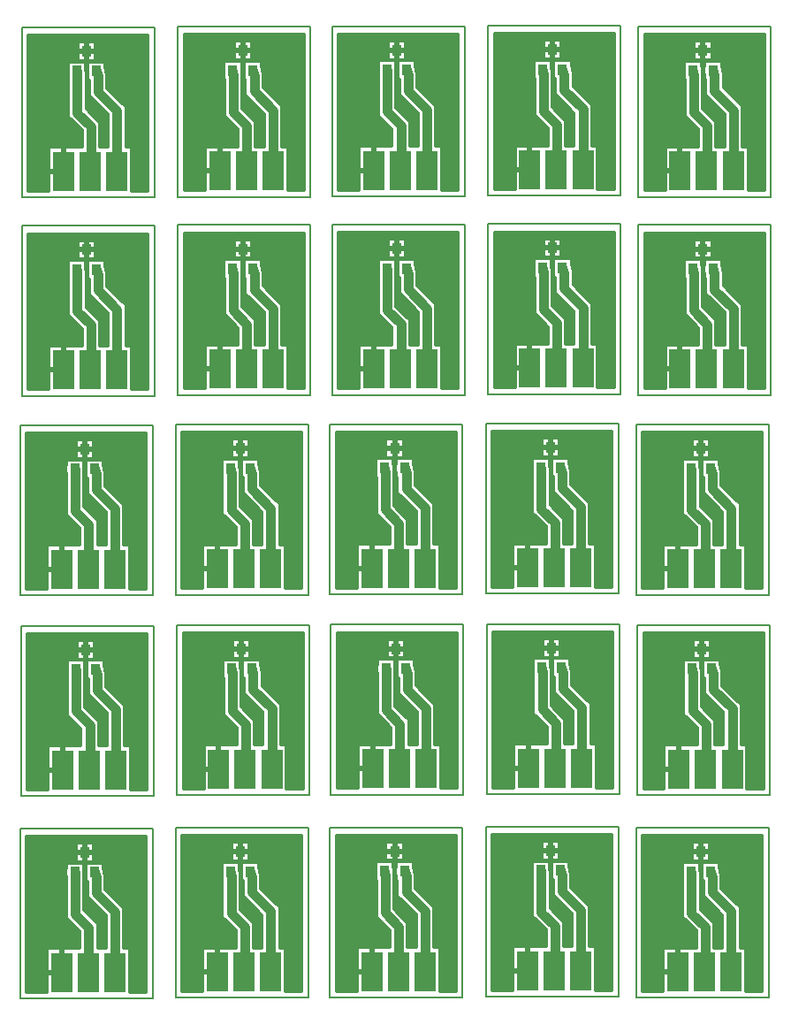
<source format=gbr>
G04 PROTEUS RS274X GERBER FILE*
%FSLAX45Y45*%
%MOMM*%
G01*
%ADD10C,0.908000*%
%ADD11C,0.304800*%
%ADD12C,0.508000*%
%ADD13R,0.889000X1.016000*%
%ADD14R,2.032000X3.810000*%
%ADD15C,0.203200*%
G36*
X-330000Y+7523500D02*
X-484261Y+7523500D01*
X-484261Y+7941139D01*
X-540461Y+7941139D01*
X-540461Y+8325637D01*
X-720461Y+8505637D01*
X-720461Y+8631942D01*
X-736481Y+8705139D01*
X-737431Y+8706089D01*
X-737431Y+8760939D01*
X-907609Y+8760939D01*
X-907609Y+8706089D01*
X-908559Y+8705139D01*
X-908559Y+8633861D01*
X-907609Y+8631912D01*
X-907609Y+8578061D01*
X-892539Y+8578061D01*
X-892539Y+8434363D01*
X-712539Y+8254363D01*
X-712539Y+7941139D01*
X-790461Y+7941139D01*
X-790461Y+8175637D01*
X-920461Y+8305637D01*
X-920461Y+8622065D01*
X-924441Y+8705139D01*
X-925391Y+8706089D01*
X-925391Y+8760939D01*
X-1095569Y+8760939D01*
X-1095569Y+8706089D01*
X-1096519Y+8705139D01*
X-1096519Y+8633861D01*
X-1095569Y+8628961D01*
X-1095569Y+8578061D01*
X-1092539Y+8578061D01*
X-1092539Y+8234363D01*
X-962539Y+8104363D01*
X-962539Y+7941139D01*
X-1278739Y+7941139D01*
X-1278739Y+7523500D01*
X-1473000Y+7523500D01*
X-1473000Y+9010000D01*
X-330000Y+9010000D01*
X-330000Y+7523500D01*
G37*
%LPC*%
G36*
X-831411Y+8768561D02*
X-1001589Y+8768561D01*
X-1001589Y+8951439D01*
X-831411Y+8951439D01*
X-831411Y+8768561D01*
G37*
%LPD*%
G36*
X+1164261Y+7530000D02*
X+1010000Y+7530000D01*
X+1010000Y+7947639D01*
X+953800Y+7947639D01*
X+953800Y+8332137D01*
X+773800Y+8512137D01*
X+773800Y+8638442D01*
X+757780Y+8711639D01*
X+756830Y+8712589D01*
X+756830Y+8767439D01*
X+586652Y+8767439D01*
X+586652Y+8712589D01*
X+585702Y+8711639D01*
X+585702Y+8640361D01*
X+586652Y+8638412D01*
X+586652Y+8584561D01*
X+601722Y+8584561D01*
X+601722Y+8440863D01*
X+781722Y+8260863D01*
X+781722Y+7947639D01*
X+703800Y+7947639D01*
X+703800Y+8182137D01*
X+573800Y+8312137D01*
X+573800Y+8628565D01*
X+569820Y+8711639D01*
X+568870Y+8712589D01*
X+568870Y+8767439D01*
X+398692Y+8767439D01*
X+398692Y+8712589D01*
X+397742Y+8711639D01*
X+397742Y+8640361D01*
X+398692Y+8635461D01*
X+398692Y+8584561D01*
X+401722Y+8584561D01*
X+401722Y+8240863D01*
X+531722Y+8110863D01*
X+531722Y+7947639D01*
X+215522Y+7947639D01*
X+215522Y+7530000D01*
X+21261Y+7530000D01*
X+21261Y+9016500D01*
X+1164261Y+9016500D01*
X+1164261Y+7530000D01*
G37*
%LPC*%
G36*
X+662850Y+8775061D02*
X+492672Y+8775061D01*
X+492672Y+8957939D01*
X+662850Y+8957939D01*
X+662850Y+8775061D01*
G37*
%LPD*%
G36*
X+2640000Y+7533500D02*
X+2485739Y+7533500D01*
X+2485739Y+7951139D01*
X+2429539Y+7951139D01*
X+2429539Y+8335637D01*
X+2249539Y+8515637D01*
X+2249539Y+8641942D01*
X+2233519Y+8715139D01*
X+2232569Y+8716089D01*
X+2232569Y+8770939D01*
X+2062391Y+8770939D01*
X+2062391Y+8716089D01*
X+2061441Y+8715139D01*
X+2061441Y+8643861D01*
X+2062391Y+8641912D01*
X+2062391Y+8588061D01*
X+2077461Y+8588061D01*
X+2077461Y+8444363D01*
X+2257461Y+8264363D01*
X+2257461Y+7951139D01*
X+2179539Y+7951139D01*
X+2179539Y+8185637D01*
X+2049539Y+8315637D01*
X+2049539Y+8632065D01*
X+2045559Y+8715139D01*
X+2044609Y+8716089D01*
X+2044609Y+8770939D01*
X+1874431Y+8770939D01*
X+1874431Y+8716089D01*
X+1873481Y+8715139D01*
X+1873481Y+8643861D01*
X+1874431Y+8638961D01*
X+1874431Y+8588061D01*
X+1877461Y+8588061D01*
X+1877461Y+8244363D01*
X+2007461Y+8114363D01*
X+2007461Y+7951139D01*
X+1691261Y+7951139D01*
X+1691261Y+7533500D01*
X+1497000Y+7533500D01*
X+1497000Y+9020000D01*
X+2640000Y+9020000D01*
X+2640000Y+7533500D01*
G37*
%LPC*%
G36*
X+2138589Y+8778561D02*
X+1968411Y+8778561D01*
X+1968411Y+8961439D01*
X+2138589Y+8961439D01*
X+2138589Y+8778561D01*
G37*
%LPD*%
G36*
X+4134261Y+7540000D02*
X+3980000Y+7540000D01*
X+3980000Y+7957639D01*
X+3923800Y+7957639D01*
X+3923800Y+8342137D01*
X+3743800Y+8522137D01*
X+3743800Y+8648442D01*
X+3727780Y+8721639D01*
X+3726830Y+8722589D01*
X+3726830Y+8777439D01*
X+3556652Y+8777439D01*
X+3556652Y+8722589D01*
X+3555702Y+8721639D01*
X+3555702Y+8650361D01*
X+3556652Y+8648412D01*
X+3556652Y+8594561D01*
X+3571722Y+8594561D01*
X+3571722Y+8450863D01*
X+3751722Y+8270863D01*
X+3751722Y+7957639D01*
X+3673800Y+7957639D01*
X+3673800Y+8192137D01*
X+3543800Y+8322137D01*
X+3543800Y+8638565D01*
X+3539820Y+8721639D01*
X+3538870Y+8722589D01*
X+3538870Y+8777439D01*
X+3368692Y+8777439D01*
X+3368692Y+8722589D01*
X+3367742Y+8721639D01*
X+3367742Y+8650361D01*
X+3368692Y+8645461D01*
X+3368692Y+8594561D01*
X+3371722Y+8594561D01*
X+3371722Y+8250863D01*
X+3501722Y+8120863D01*
X+3501722Y+7957639D01*
X+3185522Y+7957639D01*
X+3185522Y+7540000D01*
X+2991261Y+7540000D01*
X+2991261Y+9026500D01*
X+4134261Y+9026500D01*
X+4134261Y+7540000D01*
G37*
%LPC*%
G36*
X+3632850Y+8785061D02*
X+3462672Y+8785061D01*
X+3462672Y+8967939D01*
X+3632850Y+8967939D01*
X+3632850Y+8785061D01*
G37*
%LPD*%
G36*
X+5574261Y+7530000D02*
X+5420000Y+7530000D01*
X+5420000Y+7947639D01*
X+5363800Y+7947639D01*
X+5363800Y+8332137D01*
X+5183800Y+8512137D01*
X+5183800Y+8638442D01*
X+5167780Y+8711639D01*
X+5166830Y+8712589D01*
X+5166830Y+8767439D01*
X+4996652Y+8767439D01*
X+4996652Y+8712589D01*
X+4995702Y+8711639D01*
X+4995702Y+8640361D01*
X+4996652Y+8638412D01*
X+4996652Y+8584561D01*
X+5011722Y+8584561D01*
X+5011722Y+8440863D01*
X+5191722Y+8260863D01*
X+5191722Y+7947639D01*
X+5113800Y+7947639D01*
X+5113800Y+8182137D01*
X+4983800Y+8312137D01*
X+4983800Y+8628565D01*
X+4979820Y+8711639D01*
X+4978870Y+8712589D01*
X+4978870Y+8767439D01*
X+4808692Y+8767439D01*
X+4808692Y+8712589D01*
X+4807742Y+8711639D01*
X+4807742Y+8640361D01*
X+4808692Y+8635461D01*
X+4808692Y+8584561D01*
X+4811722Y+8584561D01*
X+4811722Y+8240863D01*
X+4941722Y+8110863D01*
X+4941722Y+7947639D01*
X+4625522Y+7947639D01*
X+4625522Y+7530000D01*
X+4431261Y+7530000D01*
X+4431261Y+9016500D01*
X+5574261Y+9016500D01*
X+5574261Y+7530000D01*
G37*
%LPC*%
G36*
X+5072850Y+8775061D02*
X+4902672Y+8775061D01*
X+4902672Y+8957939D01*
X+5072850Y+8957939D01*
X+5072850Y+8775061D01*
G37*
%LPD*%
G36*
X-330000Y+5623500D02*
X-484261Y+5623500D01*
X-484261Y+6041139D01*
X-540461Y+6041139D01*
X-540461Y+6425637D01*
X-720461Y+6605637D01*
X-720461Y+6731942D01*
X-736481Y+6805139D01*
X-737431Y+6806089D01*
X-737431Y+6860939D01*
X-907609Y+6860939D01*
X-907609Y+6806089D01*
X-908559Y+6805139D01*
X-908559Y+6733861D01*
X-907609Y+6731912D01*
X-907609Y+6678061D01*
X-892539Y+6678061D01*
X-892539Y+6534363D01*
X-712539Y+6354363D01*
X-712539Y+6041139D01*
X-790461Y+6041139D01*
X-790461Y+6275637D01*
X-920461Y+6405637D01*
X-920461Y+6722065D01*
X-924441Y+6805139D01*
X-925391Y+6806089D01*
X-925391Y+6860939D01*
X-1095569Y+6860939D01*
X-1095569Y+6806089D01*
X-1096519Y+6805139D01*
X-1096519Y+6733861D01*
X-1095569Y+6728961D01*
X-1095569Y+6678061D01*
X-1092539Y+6678061D01*
X-1092539Y+6334363D01*
X-962539Y+6204363D01*
X-962539Y+6041139D01*
X-1278739Y+6041139D01*
X-1278739Y+5623500D01*
X-1473000Y+5623500D01*
X-1473000Y+7110000D01*
X-330000Y+7110000D01*
X-330000Y+5623500D01*
G37*
%LPC*%
G36*
X-831411Y+6868561D02*
X-1001589Y+6868561D01*
X-1001589Y+7051439D01*
X-831411Y+7051439D01*
X-831411Y+6868561D01*
G37*
%LPD*%
G36*
X+1164261Y+5630000D02*
X+1010000Y+5630000D01*
X+1010000Y+6047639D01*
X+953800Y+6047639D01*
X+953800Y+6432137D01*
X+773800Y+6612137D01*
X+773800Y+6738442D01*
X+757780Y+6811639D01*
X+756830Y+6812589D01*
X+756830Y+6867439D01*
X+586652Y+6867439D01*
X+586652Y+6812589D01*
X+585702Y+6811639D01*
X+585702Y+6740361D01*
X+586652Y+6738412D01*
X+586652Y+6684561D01*
X+601722Y+6684561D01*
X+601722Y+6540863D01*
X+781722Y+6360863D01*
X+781722Y+6047639D01*
X+703800Y+6047639D01*
X+703800Y+6282137D01*
X+573800Y+6412137D01*
X+573800Y+6728565D01*
X+569820Y+6811639D01*
X+568870Y+6812589D01*
X+568870Y+6867439D01*
X+398692Y+6867439D01*
X+398692Y+6812589D01*
X+397742Y+6811639D01*
X+397742Y+6740361D01*
X+398692Y+6735461D01*
X+398692Y+6684561D01*
X+401722Y+6684561D01*
X+401722Y+6340863D01*
X+531722Y+6210863D01*
X+531722Y+6047639D01*
X+215522Y+6047639D01*
X+215522Y+5630000D01*
X+21261Y+5630000D01*
X+21261Y+7116500D01*
X+1164261Y+7116500D01*
X+1164261Y+5630000D01*
G37*
%LPC*%
G36*
X+662850Y+6875061D02*
X+492672Y+6875061D01*
X+492672Y+7057939D01*
X+662850Y+7057939D01*
X+662850Y+6875061D01*
G37*
%LPD*%
G36*
X+2640000Y+5633500D02*
X+2485739Y+5633500D01*
X+2485739Y+6051139D01*
X+2429539Y+6051139D01*
X+2429539Y+6435637D01*
X+2249539Y+6615637D01*
X+2249539Y+6741942D01*
X+2233519Y+6815139D01*
X+2232569Y+6816089D01*
X+2232569Y+6870939D01*
X+2062391Y+6870939D01*
X+2062391Y+6816089D01*
X+2061441Y+6815139D01*
X+2061441Y+6743861D01*
X+2062391Y+6741912D01*
X+2062391Y+6688061D01*
X+2077461Y+6688061D01*
X+2077461Y+6544363D01*
X+2257461Y+6364363D01*
X+2257461Y+6051139D01*
X+2179539Y+6051139D01*
X+2179539Y+6285637D01*
X+2049539Y+6415637D01*
X+2049539Y+6732065D01*
X+2045559Y+6815139D01*
X+2044609Y+6816089D01*
X+2044609Y+6870939D01*
X+1874431Y+6870939D01*
X+1874431Y+6816089D01*
X+1873481Y+6815139D01*
X+1873481Y+6743861D01*
X+1874431Y+6738961D01*
X+1874431Y+6688061D01*
X+1877461Y+6688061D01*
X+1877461Y+6344363D01*
X+2007461Y+6214363D01*
X+2007461Y+6051139D01*
X+1691261Y+6051139D01*
X+1691261Y+5633500D01*
X+1497000Y+5633500D01*
X+1497000Y+7120000D01*
X+2640000Y+7120000D01*
X+2640000Y+5633500D01*
G37*
%LPC*%
G36*
X+2138589Y+6878561D02*
X+1968411Y+6878561D01*
X+1968411Y+7061439D01*
X+2138589Y+7061439D01*
X+2138589Y+6878561D01*
G37*
%LPD*%
G36*
X+4134261Y+5640000D02*
X+3980000Y+5640000D01*
X+3980000Y+6057639D01*
X+3923800Y+6057639D01*
X+3923800Y+6442137D01*
X+3743800Y+6622137D01*
X+3743800Y+6748442D01*
X+3727780Y+6821639D01*
X+3726830Y+6822589D01*
X+3726830Y+6877439D01*
X+3556652Y+6877439D01*
X+3556652Y+6822589D01*
X+3555702Y+6821639D01*
X+3555702Y+6750361D01*
X+3556652Y+6748412D01*
X+3556652Y+6694561D01*
X+3571722Y+6694561D01*
X+3571722Y+6550863D01*
X+3751722Y+6370863D01*
X+3751722Y+6057639D01*
X+3673800Y+6057639D01*
X+3673800Y+6292137D01*
X+3543800Y+6422137D01*
X+3543800Y+6738565D01*
X+3539820Y+6821639D01*
X+3538870Y+6822589D01*
X+3538870Y+6877439D01*
X+3368692Y+6877439D01*
X+3368692Y+6822589D01*
X+3367742Y+6821639D01*
X+3367742Y+6750361D01*
X+3368692Y+6745461D01*
X+3368692Y+6694561D01*
X+3371722Y+6694561D01*
X+3371722Y+6350863D01*
X+3501722Y+6220863D01*
X+3501722Y+6057639D01*
X+3185522Y+6057639D01*
X+3185522Y+5640000D01*
X+2991261Y+5640000D01*
X+2991261Y+7126500D01*
X+4134261Y+7126500D01*
X+4134261Y+5640000D01*
G37*
%LPC*%
G36*
X+3632850Y+6885061D02*
X+3462672Y+6885061D01*
X+3462672Y+7067939D01*
X+3632850Y+7067939D01*
X+3632850Y+6885061D01*
G37*
%LPD*%
G36*
X+5574261Y+5630000D02*
X+5420000Y+5630000D01*
X+5420000Y+6047639D01*
X+5363800Y+6047639D01*
X+5363800Y+6432137D01*
X+5183800Y+6612137D01*
X+5183800Y+6738442D01*
X+5167780Y+6811639D01*
X+5166830Y+6812589D01*
X+5166830Y+6867439D01*
X+4996652Y+6867439D01*
X+4996652Y+6812589D01*
X+4995702Y+6811639D01*
X+4995702Y+6740361D01*
X+4996652Y+6738412D01*
X+4996652Y+6684561D01*
X+5011722Y+6684561D01*
X+5011722Y+6540863D01*
X+5191722Y+6360863D01*
X+5191722Y+6047639D01*
X+5113800Y+6047639D01*
X+5113800Y+6282137D01*
X+4983800Y+6412137D01*
X+4983800Y+6728565D01*
X+4979820Y+6811639D01*
X+4978870Y+6812589D01*
X+4978870Y+6867439D01*
X+4808692Y+6867439D01*
X+4808692Y+6812589D01*
X+4807742Y+6811639D01*
X+4807742Y+6740361D01*
X+4808692Y+6735461D01*
X+4808692Y+6684561D01*
X+4811722Y+6684561D01*
X+4811722Y+6340863D01*
X+4941722Y+6210863D01*
X+4941722Y+6047639D01*
X+4625522Y+6047639D01*
X+4625522Y+5630000D01*
X+4431261Y+5630000D01*
X+4431261Y+7116500D01*
X+5574261Y+7116500D01*
X+5574261Y+5630000D01*
G37*
%LPC*%
G36*
X+5072850Y+6875061D02*
X+4902672Y+6875061D01*
X+4902672Y+7057939D01*
X+5072850Y+7057939D01*
X+5072850Y+6875061D01*
G37*
%LPD*%
G36*
X-350000Y+3713500D02*
X-504261Y+3713500D01*
X-504261Y+4131139D01*
X-560461Y+4131139D01*
X-560461Y+4515637D01*
X-740461Y+4695637D01*
X-740461Y+4821942D01*
X-756481Y+4895139D01*
X-757431Y+4896089D01*
X-757431Y+4950939D01*
X-927609Y+4950939D01*
X-927609Y+4896089D01*
X-928559Y+4895139D01*
X-928559Y+4823861D01*
X-927609Y+4821912D01*
X-927609Y+4768061D01*
X-912539Y+4768061D01*
X-912539Y+4624363D01*
X-732539Y+4444363D01*
X-732539Y+4131139D01*
X-810461Y+4131139D01*
X-810461Y+4365637D01*
X-940461Y+4495637D01*
X-940461Y+4812065D01*
X-944441Y+4895139D01*
X-945391Y+4896089D01*
X-945391Y+4950939D01*
X-1115569Y+4950939D01*
X-1115569Y+4896089D01*
X-1116519Y+4895139D01*
X-1116519Y+4823861D01*
X-1115569Y+4818961D01*
X-1115569Y+4768061D01*
X-1112539Y+4768061D01*
X-1112539Y+4424363D01*
X-982539Y+4294363D01*
X-982539Y+4131139D01*
X-1298739Y+4131139D01*
X-1298739Y+3713500D01*
X-1493000Y+3713500D01*
X-1493000Y+5200000D01*
X-350000Y+5200000D01*
X-350000Y+3713500D01*
G37*
%LPC*%
G36*
X-851411Y+4958561D02*
X-1021589Y+4958561D01*
X-1021589Y+5141439D01*
X-851411Y+5141439D01*
X-851411Y+4958561D01*
G37*
%LPD*%
G36*
X+1144261Y+3720000D02*
X+990000Y+3720000D01*
X+990000Y+4137639D01*
X+933800Y+4137639D01*
X+933800Y+4522137D01*
X+753800Y+4702137D01*
X+753800Y+4828442D01*
X+737780Y+4901639D01*
X+736830Y+4902589D01*
X+736830Y+4957439D01*
X+566652Y+4957439D01*
X+566652Y+4902589D01*
X+565702Y+4901639D01*
X+565702Y+4830361D01*
X+566652Y+4828412D01*
X+566652Y+4774561D01*
X+581722Y+4774561D01*
X+581722Y+4630863D01*
X+761722Y+4450863D01*
X+761722Y+4137639D01*
X+683800Y+4137639D01*
X+683800Y+4372137D01*
X+553800Y+4502137D01*
X+553800Y+4818565D01*
X+549820Y+4901639D01*
X+548870Y+4902589D01*
X+548870Y+4957439D01*
X+378692Y+4957439D01*
X+378692Y+4902589D01*
X+377742Y+4901639D01*
X+377742Y+4830361D01*
X+378692Y+4825461D01*
X+378692Y+4774561D01*
X+381722Y+4774561D01*
X+381722Y+4430863D01*
X+511722Y+4300863D01*
X+511722Y+4137639D01*
X+195522Y+4137639D01*
X+195522Y+3720000D01*
X+1261Y+3720000D01*
X+1261Y+5206500D01*
X+1144261Y+5206500D01*
X+1144261Y+3720000D01*
G37*
%LPC*%
G36*
X+642850Y+4965061D02*
X+472672Y+4965061D01*
X+472672Y+5147939D01*
X+642850Y+5147939D01*
X+642850Y+4965061D01*
G37*
%LPD*%
G36*
X+2620000Y+3723500D02*
X+2465739Y+3723500D01*
X+2465739Y+4141139D01*
X+2409539Y+4141139D01*
X+2409539Y+4525637D01*
X+2229539Y+4705637D01*
X+2229539Y+4831942D01*
X+2213519Y+4905139D01*
X+2212569Y+4906089D01*
X+2212569Y+4960939D01*
X+2042391Y+4960939D01*
X+2042391Y+4906089D01*
X+2041441Y+4905139D01*
X+2041441Y+4833861D01*
X+2042391Y+4831912D01*
X+2042391Y+4778061D01*
X+2057461Y+4778061D01*
X+2057461Y+4634363D01*
X+2237461Y+4454363D01*
X+2237461Y+4141139D01*
X+2159539Y+4141139D01*
X+2159539Y+4375637D01*
X+2029539Y+4505637D01*
X+2029539Y+4822065D01*
X+2025559Y+4905139D01*
X+2024609Y+4906089D01*
X+2024609Y+4960939D01*
X+1854431Y+4960939D01*
X+1854431Y+4906089D01*
X+1853481Y+4905139D01*
X+1853481Y+4833861D01*
X+1854431Y+4828961D01*
X+1854431Y+4778061D01*
X+1857461Y+4778061D01*
X+1857461Y+4434363D01*
X+1987461Y+4304363D01*
X+1987461Y+4141139D01*
X+1671261Y+4141139D01*
X+1671261Y+3723500D01*
X+1477000Y+3723500D01*
X+1477000Y+5210000D01*
X+2620000Y+5210000D01*
X+2620000Y+3723500D01*
G37*
%LPC*%
G36*
X+2118589Y+4968561D02*
X+1948411Y+4968561D01*
X+1948411Y+5151439D01*
X+2118589Y+5151439D01*
X+2118589Y+4968561D01*
G37*
%LPD*%
G36*
X+4114261Y+3730000D02*
X+3960000Y+3730000D01*
X+3960000Y+4147639D01*
X+3903800Y+4147639D01*
X+3903800Y+4532137D01*
X+3723800Y+4712137D01*
X+3723800Y+4838442D01*
X+3707780Y+4911639D01*
X+3706830Y+4912589D01*
X+3706830Y+4967439D01*
X+3536652Y+4967439D01*
X+3536652Y+4912589D01*
X+3535702Y+4911639D01*
X+3535702Y+4840361D01*
X+3536652Y+4838412D01*
X+3536652Y+4784561D01*
X+3551722Y+4784561D01*
X+3551722Y+4640863D01*
X+3731722Y+4460863D01*
X+3731722Y+4147639D01*
X+3653800Y+4147639D01*
X+3653800Y+4382137D01*
X+3523800Y+4512137D01*
X+3523800Y+4828565D01*
X+3519820Y+4911639D01*
X+3518870Y+4912589D01*
X+3518870Y+4967439D01*
X+3348692Y+4967439D01*
X+3348692Y+4912589D01*
X+3347742Y+4911639D01*
X+3347742Y+4840361D01*
X+3348692Y+4835461D01*
X+3348692Y+4784561D01*
X+3351722Y+4784561D01*
X+3351722Y+4440863D01*
X+3481722Y+4310863D01*
X+3481722Y+4147639D01*
X+3165522Y+4147639D01*
X+3165522Y+3730000D01*
X+2971261Y+3730000D01*
X+2971261Y+5216500D01*
X+4114261Y+5216500D01*
X+4114261Y+3730000D01*
G37*
%LPC*%
G36*
X+3612850Y+4975061D02*
X+3442672Y+4975061D01*
X+3442672Y+5157939D01*
X+3612850Y+5157939D01*
X+3612850Y+4975061D01*
G37*
%LPD*%
G36*
X+5554261Y+3720000D02*
X+5400000Y+3720000D01*
X+5400000Y+4137639D01*
X+5343800Y+4137639D01*
X+5343800Y+4522137D01*
X+5163800Y+4702137D01*
X+5163800Y+4828442D01*
X+5147780Y+4901639D01*
X+5146830Y+4902589D01*
X+5146830Y+4957439D01*
X+4976652Y+4957439D01*
X+4976652Y+4902589D01*
X+4975702Y+4901639D01*
X+4975702Y+4830361D01*
X+4976652Y+4828412D01*
X+4976652Y+4774561D01*
X+4991722Y+4774561D01*
X+4991722Y+4630863D01*
X+5171722Y+4450863D01*
X+5171722Y+4137639D01*
X+5093800Y+4137639D01*
X+5093800Y+4372137D01*
X+4963800Y+4502137D01*
X+4963800Y+4818565D01*
X+4959820Y+4901639D01*
X+4958870Y+4902589D01*
X+4958870Y+4957439D01*
X+4788692Y+4957439D01*
X+4788692Y+4902589D01*
X+4787742Y+4901639D01*
X+4787742Y+4830361D01*
X+4788692Y+4825461D01*
X+4788692Y+4774561D01*
X+4791722Y+4774561D01*
X+4791722Y+4430863D01*
X+4921722Y+4300863D01*
X+4921722Y+4137639D01*
X+4605522Y+4137639D01*
X+4605522Y+3720000D01*
X+4411261Y+3720000D01*
X+4411261Y+5206500D01*
X+5554261Y+5206500D01*
X+5554261Y+3720000D01*
G37*
%LPC*%
G36*
X+5052850Y+4965061D02*
X+4882672Y+4965061D01*
X+4882672Y+5147939D01*
X+5052850Y+5147939D01*
X+5052850Y+4965061D01*
G37*
%LPD*%
G36*
X-340000Y+1793500D02*
X-494261Y+1793500D01*
X-494261Y+2211139D01*
X-550461Y+2211139D01*
X-550461Y+2595637D01*
X-730461Y+2775637D01*
X-730461Y+2901942D01*
X-746481Y+2975139D01*
X-747431Y+2976089D01*
X-747431Y+3030939D01*
X-917609Y+3030939D01*
X-917609Y+2976089D01*
X-918559Y+2975139D01*
X-918559Y+2903861D01*
X-917609Y+2901912D01*
X-917609Y+2848061D01*
X-902539Y+2848061D01*
X-902539Y+2704363D01*
X-722539Y+2524363D01*
X-722539Y+2211139D01*
X-800461Y+2211139D01*
X-800461Y+2445637D01*
X-930461Y+2575637D01*
X-930461Y+2892065D01*
X-934441Y+2975139D01*
X-935391Y+2976089D01*
X-935391Y+3030939D01*
X-1105569Y+3030939D01*
X-1105569Y+2976089D01*
X-1106519Y+2975139D01*
X-1106519Y+2903861D01*
X-1105569Y+2898961D01*
X-1105569Y+2848061D01*
X-1102539Y+2848061D01*
X-1102539Y+2504363D01*
X-972539Y+2374363D01*
X-972539Y+2211139D01*
X-1288739Y+2211139D01*
X-1288739Y+1793500D01*
X-1483000Y+1793500D01*
X-1483000Y+3280000D01*
X-340000Y+3280000D01*
X-340000Y+1793500D01*
G37*
%LPC*%
G36*
X-841411Y+3038561D02*
X-1011589Y+3038561D01*
X-1011589Y+3221439D01*
X-841411Y+3221439D01*
X-841411Y+3038561D01*
G37*
%LPD*%
G36*
X+1154261Y+1800000D02*
X+1000000Y+1800000D01*
X+1000000Y+2217639D01*
X+943800Y+2217639D01*
X+943800Y+2602137D01*
X+763800Y+2782137D01*
X+763800Y+2908442D01*
X+747780Y+2981639D01*
X+746830Y+2982589D01*
X+746830Y+3037439D01*
X+576652Y+3037439D01*
X+576652Y+2982589D01*
X+575702Y+2981639D01*
X+575702Y+2910361D01*
X+576652Y+2908412D01*
X+576652Y+2854561D01*
X+591722Y+2854561D01*
X+591722Y+2710863D01*
X+771722Y+2530863D01*
X+771722Y+2217639D01*
X+693800Y+2217639D01*
X+693800Y+2452137D01*
X+563800Y+2582137D01*
X+563800Y+2898565D01*
X+559820Y+2981639D01*
X+558870Y+2982589D01*
X+558870Y+3037439D01*
X+388692Y+3037439D01*
X+388692Y+2982589D01*
X+387742Y+2981639D01*
X+387742Y+2910361D01*
X+388692Y+2905461D01*
X+388692Y+2854561D01*
X+391722Y+2854561D01*
X+391722Y+2510863D01*
X+521722Y+2380863D01*
X+521722Y+2217639D01*
X+205522Y+2217639D01*
X+205522Y+1800000D01*
X+11261Y+1800000D01*
X+11261Y+3286500D01*
X+1154261Y+3286500D01*
X+1154261Y+1800000D01*
G37*
%LPC*%
G36*
X+652850Y+3045061D02*
X+482672Y+3045061D01*
X+482672Y+3227939D01*
X+652850Y+3227939D01*
X+652850Y+3045061D01*
G37*
%LPD*%
G36*
X+2630000Y+1803500D02*
X+2475739Y+1803500D01*
X+2475739Y+2221139D01*
X+2419539Y+2221139D01*
X+2419539Y+2605637D01*
X+2239539Y+2785637D01*
X+2239539Y+2911942D01*
X+2223519Y+2985139D01*
X+2222569Y+2986089D01*
X+2222569Y+3040939D01*
X+2052391Y+3040939D01*
X+2052391Y+2986089D01*
X+2051441Y+2985139D01*
X+2051441Y+2913861D01*
X+2052391Y+2911912D01*
X+2052391Y+2858061D01*
X+2067461Y+2858061D01*
X+2067461Y+2714363D01*
X+2247461Y+2534363D01*
X+2247461Y+2221139D01*
X+2169539Y+2221139D01*
X+2169539Y+2455637D01*
X+2039539Y+2585637D01*
X+2039539Y+2902065D01*
X+2035559Y+2985139D01*
X+2034609Y+2986089D01*
X+2034609Y+3040939D01*
X+1864431Y+3040939D01*
X+1864431Y+2986089D01*
X+1863481Y+2985139D01*
X+1863481Y+2913861D01*
X+1864431Y+2908961D01*
X+1864431Y+2858061D01*
X+1867461Y+2858061D01*
X+1867461Y+2514363D01*
X+1997461Y+2384363D01*
X+1997461Y+2221139D01*
X+1681261Y+2221139D01*
X+1681261Y+1803500D01*
X+1487000Y+1803500D01*
X+1487000Y+3290000D01*
X+2630000Y+3290000D01*
X+2630000Y+1803500D01*
G37*
%LPC*%
G36*
X+2128589Y+3048561D02*
X+1958411Y+3048561D01*
X+1958411Y+3231439D01*
X+2128589Y+3231439D01*
X+2128589Y+3048561D01*
G37*
%LPD*%
G36*
X+4124261Y+1810000D02*
X+3970000Y+1810000D01*
X+3970000Y+2227639D01*
X+3913800Y+2227639D01*
X+3913800Y+2612137D01*
X+3733800Y+2792137D01*
X+3733800Y+2918442D01*
X+3717780Y+2991639D01*
X+3716830Y+2992589D01*
X+3716830Y+3047439D01*
X+3546652Y+3047439D01*
X+3546652Y+2992589D01*
X+3545702Y+2991639D01*
X+3545702Y+2920361D01*
X+3546652Y+2918412D01*
X+3546652Y+2864561D01*
X+3561722Y+2864561D01*
X+3561722Y+2720863D01*
X+3741722Y+2540863D01*
X+3741722Y+2227639D01*
X+3663800Y+2227639D01*
X+3663800Y+2462137D01*
X+3533800Y+2592137D01*
X+3533800Y+2908565D01*
X+3529820Y+2991639D01*
X+3528870Y+2992589D01*
X+3528870Y+3047439D01*
X+3358692Y+3047439D01*
X+3358692Y+2992589D01*
X+3357742Y+2991639D01*
X+3357742Y+2920361D01*
X+3358692Y+2915461D01*
X+3358692Y+2864561D01*
X+3361722Y+2864561D01*
X+3361722Y+2520863D01*
X+3491722Y+2390863D01*
X+3491722Y+2227639D01*
X+3175522Y+2227639D01*
X+3175522Y+1810000D01*
X+2981261Y+1810000D01*
X+2981261Y+3296500D01*
X+4124261Y+3296500D01*
X+4124261Y+1810000D01*
G37*
%LPC*%
G36*
X+3622850Y+3055061D02*
X+3452672Y+3055061D01*
X+3452672Y+3237939D01*
X+3622850Y+3237939D01*
X+3622850Y+3055061D01*
G37*
%LPD*%
G36*
X+5564261Y+1800000D02*
X+5410000Y+1800000D01*
X+5410000Y+2217639D01*
X+5353800Y+2217639D01*
X+5353800Y+2602137D01*
X+5173800Y+2782137D01*
X+5173800Y+2908442D01*
X+5157780Y+2981639D01*
X+5156830Y+2982589D01*
X+5156830Y+3037439D01*
X+4986652Y+3037439D01*
X+4986652Y+2982589D01*
X+4985702Y+2981639D01*
X+4985702Y+2910361D01*
X+4986652Y+2908412D01*
X+4986652Y+2854561D01*
X+5001722Y+2854561D01*
X+5001722Y+2710863D01*
X+5181722Y+2530863D01*
X+5181722Y+2217639D01*
X+5103800Y+2217639D01*
X+5103800Y+2452137D01*
X+4973800Y+2582137D01*
X+4973800Y+2898565D01*
X+4969820Y+2981639D01*
X+4968870Y+2982589D01*
X+4968870Y+3037439D01*
X+4798692Y+3037439D01*
X+4798692Y+2982589D01*
X+4797742Y+2981639D01*
X+4797742Y+2910361D01*
X+4798692Y+2905461D01*
X+4798692Y+2854561D01*
X+4801722Y+2854561D01*
X+4801722Y+2510863D01*
X+4931722Y+2380863D01*
X+4931722Y+2217639D01*
X+4615522Y+2217639D01*
X+4615522Y+1800000D01*
X+4421261Y+1800000D01*
X+4421261Y+3286500D01*
X+5564261Y+3286500D01*
X+5564261Y+1800000D01*
G37*
%LPC*%
G36*
X+5062850Y+3045061D02*
X+4892672Y+3045061D01*
X+4892672Y+3227939D01*
X+5062850Y+3227939D01*
X+5062850Y+3045061D01*
G37*
%LPD*%
G36*
X-350000Y-146500D02*
X-504261Y-146500D01*
X-504261Y+271139D01*
X-560461Y+271139D01*
X-560461Y+655637D01*
X-740461Y+835637D01*
X-740461Y+961942D01*
X-756481Y+1035139D01*
X-757431Y+1036089D01*
X-757431Y+1090939D01*
X-927609Y+1090939D01*
X-927609Y+1036089D01*
X-928559Y+1035139D01*
X-928559Y+963861D01*
X-927609Y+961912D01*
X-927609Y+908061D01*
X-912539Y+908061D01*
X-912539Y+764363D01*
X-732539Y+584363D01*
X-732539Y+271139D01*
X-810461Y+271139D01*
X-810461Y+505637D01*
X-940461Y+635637D01*
X-940461Y+952065D01*
X-944441Y+1035139D01*
X-945391Y+1036089D01*
X-945391Y+1090939D01*
X-1115569Y+1090939D01*
X-1115569Y+1036089D01*
X-1116519Y+1035139D01*
X-1116519Y+963861D01*
X-1115569Y+958961D01*
X-1115569Y+908061D01*
X-1112539Y+908061D01*
X-1112539Y+564363D01*
X-982539Y+434363D01*
X-982539Y+271139D01*
X-1298739Y+271139D01*
X-1298739Y-146500D01*
X-1493000Y-146500D01*
X-1493000Y+1340000D01*
X-350000Y+1340000D01*
X-350000Y-146500D01*
G37*
%LPC*%
G36*
X-851411Y+1098561D02*
X-1021589Y+1098561D01*
X-1021589Y+1281439D01*
X-851411Y+1281439D01*
X-851411Y+1098561D01*
G37*
%LPD*%
G36*
X+1144261Y-140000D02*
X+990000Y-140000D01*
X+990000Y+277639D01*
X+933800Y+277639D01*
X+933800Y+662137D01*
X+753800Y+842137D01*
X+753800Y+968442D01*
X+737780Y+1041639D01*
X+736830Y+1042589D01*
X+736830Y+1097439D01*
X+566652Y+1097439D01*
X+566652Y+1042589D01*
X+565702Y+1041639D01*
X+565702Y+970361D01*
X+566652Y+968412D01*
X+566652Y+914561D01*
X+581722Y+914561D01*
X+581722Y+770863D01*
X+761722Y+590863D01*
X+761722Y+277639D01*
X+683800Y+277639D01*
X+683800Y+512137D01*
X+553800Y+642137D01*
X+553800Y+958565D01*
X+549820Y+1041639D01*
X+548870Y+1042589D01*
X+548870Y+1097439D01*
X+378692Y+1097439D01*
X+378692Y+1042589D01*
X+377742Y+1041639D01*
X+377742Y+970361D01*
X+378692Y+965461D01*
X+378692Y+914561D01*
X+381722Y+914561D01*
X+381722Y+570863D01*
X+511722Y+440863D01*
X+511722Y+277639D01*
X+195522Y+277639D01*
X+195522Y-140000D01*
X+1261Y-140000D01*
X+1261Y+1346500D01*
X+1144261Y+1346500D01*
X+1144261Y-140000D01*
G37*
%LPC*%
G36*
X+642850Y+1105061D02*
X+472672Y+1105061D01*
X+472672Y+1287939D01*
X+642850Y+1287939D01*
X+642850Y+1105061D01*
G37*
%LPD*%
G36*
X+2620000Y-136500D02*
X+2465739Y-136500D01*
X+2465739Y+281139D01*
X+2409539Y+281139D01*
X+2409539Y+665637D01*
X+2229539Y+845637D01*
X+2229539Y+971942D01*
X+2213519Y+1045139D01*
X+2212569Y+1046089D01*
X+2212569Y+1100939D01*
X+2042391Y+1100939D01*
X+2042391Y+1046089D01*
X+2041441Y+1045139D01*
X+2041441Y+973861D01*
X+2042391Y+971912D01*
X+2042391Y+918061D01*
X+2057461Y+918061D01*
X+2057461Y+774363D01*
X+2237461Y+594363D01*
X+2237461Y+281139D01*
X+2159539Y+281139D01*
X+2159539Y+515637D01*
X+2029539Y+645637D01*
X+2029539Y+962065D01*
X+2025559Y+1045139D01*
X+2024609Y+1046089D01*
X+2024609Y+1100939D01*
X+1854431Y+1100939D01*
X+1854431Y+1046089D01*
X+1853481Y+1045139D01*
X+1853481Y+973861D01*
X+1854431Y+968961D01*
X+1854431Y+918061D01*
X+1857461Y+918061D01*
X+1857461Y+574363D01*
X+1987461Y+444363D01*
X+1987461Y+281139D01*
X+1671261Y+281139D01*
X+1671261Y-136500D01*
X+1477000Y-136500D01*
X+1477000Y+1350000D01*
X+2620000Y+1350000D01*
X+2620000Y-136500D01*
G37*
%LPC*%
G36*
X+2118589Y+1108561D02*
X+1948411Y+1108561D01*
X+1948411Y+1291439D01*
X+2118589Y+1291439D01*
X+2118589Y+1108561D01*
G37*
%LPD*%
G36*
X+4114261Y-130000D02*
X+3960000Y-130000D01*
X+3960000Y+287639D01*
X+3903800Y+287639D01*
X+3903800Y+672137D01*
X+3723800Y+852137D01*
X+3723800Y+978442D01*
X+3707780Y+1051639D01*
X+3706830Y+1052589D01*
X+3706830Y+1107439D01*
X+3536652Y+1107439D01*
X+3536652Y+1052589D01*
X+3535702Y+1051639D01*
X+3535702Y+980361D01*
X+3536652Y+978412D01*
X+3536652Y+924561D01*
X+3551722Y+924561D01*
X+3551722Y+780863D01*
X+3731722Y+600863D01*
X+3731722Y+287639D01*
X+3653800Y+287639D01*
X+3653800Y+522137D01*
X+3523800Y+652137D01*
X+3523800Y+968565D01*
X+3519820Y+1051639D01*
X+3518870Y+1052589D01*
X+3518870Y+1107439D01*
X+3348692Y+1107439D01*
X+3348692Y+1052589D01*
X+3347742Y+1051639D01*
X+3347742Y+980361D01*
X+3348692Y+975461D01*
X+3348692Y+924561D01*
X+3351722Y+924561D01*
X+3351722Y+580863D01*
X+3481722Y+450863D01*
X+3481722Y+287639D01*
X+3165522Y+287639D01*
X+3165522Y-130000D01*
X+2971261Y-130000D01*
X+2971261Y+1356500D01*
X+4114261Y+1356500D01*
X+4114261Y-130000D01*
G37*
%LPC*%
G36*
X+3612850Y+1115061D02*
X+3442672Y+1115061D01*
X+3442672Y+1297939D01*
X+3612850Y+1297939D01*
X+3612850Y+1115061D01*
G37*
%LPD*%
G36*
X+5554261Y-140000D02*
X+5400000Y-140000D01*
X+5400000Y+277639D01*
X+5343800Y+277639D01*
X+5343800Y+662137D01*
X+5163800Y+842137D01*
X+5163800Y+968442D01*
X+5147780Y+1041639D01*
X+5146830Y+1042589D01*
X+5146830Y+1097439D01*
X+4976652Y+1097439D01*
X+4976652Y+1042589D01*
X+4975702Y+1041639D01*
X+4975702Y+970361D01*
X+4976652Y+968412D01*
X+4976652Y+914561D01*
X+4991722Y+914561D01*
X+4991722Y+770863D01*
X+5171722Y+590863D01*
X+5171722Y+277639D01*
X+5093800Y+277639D01*
X+5093800Y+512137D01*
X+4963800Y+642137D01*
X+4963800Y+958565D01*
X+4959820Y+1041639D01*
X+4958870Y+1042589D01*
X+4958870Y+1097439D01*
X+4788692Y+1097439D01*
X+4788692Y+1042589D01*
X+4787742Y+1041639D01*
X+4787742Y+970361D01*
X+4788692Y+965461D01*
X+4788692Y+914561D01*
X+4791722Y+914561D01*
X+4791722Y+570863D01*
X+4921722Y+440863D01*
X+4921722Y+277639D01*
X+4605522Y+277639D01*
X+4605522Y-140000D01*
X+4411261Y-140000D01*
X+4411261Y+1346500D01*
X+5554261Y+1346500D01*
X+5554261Y-140000D01*
G37*
%LPC*%
G36*
X+5052850Y+1105061D02*
X+4882672Y+1105061D01*
X+4882672Y+1287939D01*
X+5052850Y+1287939D01*
X+5052850Y+1105061D01*
G37*
%LPD*%
D10*
X-882500Y+7710000D02*
X-876500Y+7900500D01*
X-876500Y+8140000D01*
X-1006500Y+8270000D01*
X-1006500Y+8618700D01*
X-1010480Y+8669500D01*
X-626500Y+7710000D02*
X-626500Y+8290000D01*
X-806500Y+8470000D01*
X-806500Y+8618700D01*
X-822520Y+8669500D01*
X+611761Y+7716500D02*
X+617761Y+7907000D01*
X+617761Y+8146500D01*
X+487761Y+8276500D01*
X+487761Y+8625200D01*
X+483781Y+8676000D01*
X+867761Y+7716500D02*
X+867761Y+8296500D01*
X+687761Y+8476500D01*
X+687761Y+8625200D01*
X+671741Y+8676000D01*
X+2087500Y+7720000D02*
X+2093500Y+7910500D01*
X+2093500Y+8150000D01*
X+1963500Y+8280000D01*
X+1963500Y+8628700D01*
X+1959520Y+8679500D01*
X+2343500Y+7720000D02*
X+2343500Y+8300000D01*
X+2163500Y+8480000D01*
X+2163500Y+8628700D01*
X+2147480Y+8679500D01*
X+3581761Y+7726500D02*
X+3587761Y+7917000D01*
X+3587761Y+8156500D01*
X+3457761Y+8286500D01*
X+3457761Y+8635200D01*
X+3453781Y+8686000D01*
X+3837761Y+7726500D02*
X+3837761Y+8306500D01*
X+3657761Y+8486500D01*
X+3657761Y+8635200D01*
X+3641741Y+8686000D01*
X+5021761Y+7716500D02*
X+5027761Y+7907000D01*
X+5027761Y+8146500D01*
X+4897761Y+8276500D01*
X+4897761Y+8625200D01*
X+4893781Y+8676000D01*
X+5277761Y+7716500D02*
X+5277761Y+8296500D01*
X+5097761Y+8476500D01*
X+5097761Y+8625200D01*
X+5081741Y+8676000D01*
X-882500Y+5810000D02*
X-876500Y+6000500D01*
X-876500Y+6240000D01*
X-1006500Y+6370000D01*
X-1006500Y+6718700D01*
X-1010480Y+6769500D01*
X-626500Y+5810000D02*
X-626500Y+6390000D01*
X-806500Y+6570000D01*
X-806500Y+6718700D01*
X-822520Y+6769500D01*
X+611761Y+5816500D02*
X+617761Y+6007000D01*
X+617761Y+6246500D01*
X+487761Y+6376500D01*
X+487761Y+6725200D01*
X+483781Y+6776000D01*
X+867761Y+5816500D02*
X+867761Y+6396500D01*
X+687761Y+6576500D01*
X+687761Y+6725200D01*
X+671741Y+6776000D01*
X+2087500Y+5820000D02*
X+2093500Y+6010500D01*
X+2093500Y+6250000D01*
X+1963500Y+6380000D01*
X+1963500Y+6728700D01*
X+1959520Y+6779500D01*
X+2343500Y+5820000D02*
X+2343500Y+6400000D01*
X+2163500Y+6580000D01*
X+2163500Y+6728700D01*
X+2147480Y+6779500D01*
X+3581761Y+5826500D02*
X+3587761Y+6017000D01*
X+3587761Y+6256500D01*
X+3457761Y+6386500D01*
X+3457761Y+6735200D01*
X+3453781Y+6786000D01*
X+3837761Y+5826500D02*
X+3837761Y+6406500D01*
X+3657761Y+6586500D01*
X+3657761Y+6735200D01*
X+3641741Y+6786000D01*
X+5021761Y+5816500D02*
X+5027761Y+6007000D01*
X+5027761Y+6246500D01*
X+4897761Y+6376500D01*
X+4897761Y+6725200D01*
X+4893781Y+6776000D01*
X+5277761Y+5816500D02*
X+5277761Y+6396500D01*
X+5097761Y+6576500D01*
X+5097761Y+6725200D01*
X+5081741Y+6776000D01*
X-902500Y+3900000D02*
X-896500Y+4090500D01*
X-896500Y+4330000D01*
X-1026500Y+4460000D01*
X-1026500Y+4808700D01*
X-1030480Y+4859500D01*
X-646500Y+3900000D02*
X-646500Y+4480000D01*
X-826500Y+4660000D01*
X-826500Y+4808700D01*
X-842520Y+4859500D01*
X+591761Y+3906500D02*
X+597761Y+4097000D01*
X+597761Y+4336500D01*
X+467761Y+4466500D01*
X+467761Y+4815200D01*
X+463781Y+4866000D01*
X+847761Y+3906500D02*
X+847761Y+4486500D01*
X+667761Y+4666500D01*
X+667761Y+4815200D01*
X+651741Y+4866000D01*
X+2067500Y+3910000D02*
X+2073500Y+4100500D01*
X+2073500Y+4340000D01*
X+1943500Y+4470000D01*
X+1943500Y+4818700D01*
X+1939520Y+4869500D01*
X+2323500Y+3910000D02*
X+2323500Y+4490000D01*
X+2143500Y+4670000D01*
X+2143500Y+4818700D01*
X+2127480Y+4869500D01*
X+3561761Y+3916500D02*
X+3567761Y+4107000D01*
X+3567761Y+4346500D01*
X+3437761Y+4476500D01*
X+3437761Y+4825200D01*
X+3433781Y+4876000D01*
X+3817761Y+3916500D02*
X+3817761Y+4496500D01*
X+3637761Y+4676500D01*
X+3637761Y+4825200D01*
X+3621741Y+4876000D01*
X+5001761Y+3906500D02*
X+5007761Y+4097000D01*
X+5007761Y+4336500D01*
X+4877761Y+4466500D01*
X+4877761Y+4815200D01*
X+4873781Y+4866000D01*
X+5257761Y+3906500D02*
X+5257761Y+4486500D01*
X+5077761Y+4666500D01*
X+5077761Y+4815200D01*
X+5061741Y+4866000D01*
X-892500Y+1980000D02*
X-886500Y+2170500D01*
X-886500Y+2410000D01*
X-1016500Y+2540000D01*
X-1016500Y+2888700D01*
X-1020480Y+2939500D01*
X-636500Y+1980000D02*
X-636500Y+2560000D01*
X-816500Y+2740000D01*
X-816500Y+2888700D01*
X-832520Y+2939500D01*
X+601761Y+1986500D02*
X+607761Y+2177000D01*
X+607761Y+2416500D01*
X+477761Y+2546500D01*
X+477761Y+2895200D01*
X+473781Y+2946000D01*
X+857761Y+1986500D02*
X+857761Y+2566500D01*
X+677761Y+2746500D01*
X+677761Y+2895200D01*
X+661741Y+2946000D01*
X+2077500Y+1990000D02*
X+2083500Y+2180500D01*
X+2083500Y+2420000D01*
X+1953500Y+2550000D01*
X+1953500Y+2898700D01*
X+1949520Y+2949500D01*
X+2333500Y+1990000D02*
X+2333500Y+2570000D01*
X+2153500Y+2750000D01*
X+2153500Y+2898700D01*
X+2137480Y+2949500D01*
X+3571761Y+1996500D02*
X+3577761Y+2187000D01*
X+3577761Y+2426500D01*
X+3447761Y+2556500D01*
X+3447761Y+2905200D01*
X+3443781Y+2956000D01*
X+3827761Y+1996500D02*
X+3827761Y+2576500D01*
X+3647761Y+2756500D01*
X+3647761Y+2905200D01*
X+3631741Y+2956000D01*
X+5011761Y+1986500D02*
X+5017761Y+2177000D01*
X+5017761Y+2416500D01*
X+4887761Y+2546500D01*
X+4887761Y+2895200D01*
X+4883781Y+2946000D01*
X+5267761Y+1986500D02*
X+5267761Y+2566500D01*
X+5087761Y+2746500D01*
X+5087761Y+2895200D01*
X+5071741Y+2946000D01*
X-902500Y+40000D02*
X-896500Y+230500D01*
X-896500Y+470000D01*
X-1026500Y+600000D01*
X-1026500Y+948700D01*
X-1030480Y+999500D01*
X-646500Y+40000D02*
X-646500Y+620000D01*
X-826500Y+800000D01*
X-826500Y+948700D01*
X-842520Y+999500D01*
X+591761Y+46500D02*
X+597761Y+237000D01*
X+597761Y+476500D01*
X+467761Y+606500D01*
X+467761Y+955200D01*
X+463781Y+1006000D01*
X+847761Y+46500D02*
X+847761Y+626500D01*
X+667761Y+806500D01*
X+667761Y+955200D01*
X+651741Y+1006000D01*
X+2067500Y+50000D02*
X+2073500Y+240500D01*
X+2073500Y+480000D01*
X+1943500Y+610000D01*
X+1943500Y+958700D01*
X+1939520Y+1009500D01*
X+2323500Y+50000D02*
X+2323500Y+630000D01*
X+2143500Y+810000D01*
X+2143500Y+958700D01*
X+2127480Y+1009500D01*
X+3561761Y+56500D02*
X+3567761Y+247000D01*
X+3567761Y+486500D01*
X+3437761Y+616500D01*
X+3437761Y+965200D01*
X+3433781Y+1016000D01*
X+3817761Y+56500D02*
X+3817761Y+636500D01*
X+3637761Y+816500D01*
X+3637761Y+965200D01*
X+3621741Y+1016000D01*
X+5001761Y+46500D02*
X+5007761Y+237000D01*
X+5007761Y+476500D01*
X+4877761Y+606500D01*
X+4877761Y+955200D01*
X+4873781Y+1006000D01*
X+5257761Y+46500D02*
X+5257761Y+626500D01*
X+5077761Y+806500D01*
X+5077761Y+955200D01*
X+5061741Y+1006000D01*
D11*
X-330000Y+7523500D02*
X-484261Y+7523500D01*
X-484261Y+7941139D01*
X-540461Y+7941139D01*
X-540461Y+8325637D01*
X-720461Y+8505637D01*
X-720461Y+8631942D01*
X-736481Y+8705139D01*
X-737431Y+8706089D01*
X-737431Y+8760939D01*
X-907609Y+8760939D01*
X-907609Y+8706089D01*
X-908559Y+8705139D01*
X-908559Y+8633861D01*
X-907609Y+8631912D01*
X-907609Y+8578061D01*
X-892539Y+8578061D01*
X-892539Y+8434363D01*
X-712539Y+8254363D01*
X-712539Y+7941139D01*
X-790461Y+7941139D01*
X-790461Y+8175637D01*
X-920461Y+8305637D01*
X-920461Y+8622065D01*
X-924441Y+8705139D01*
X-925391Y+8706089D01*
X-925391Y+8760939D01*
X-1095569Y+8760939D01*
X-1095569Y+8706089D01*
X-1096519Y+8705139D01*
X-1096519Y+8633861D01*
X-1095569Y+8628961D01*
X-1095569Y+8578061D01*
X-1092539Y+8578061D01*
X-1092539Y+8234363D01*
X-962539Y+8104363D01*
X-962539Y+7941139D01*
X-1278739Y+7941139D01*
X-1278739Y+7523500D01*
X-1473000Y+7523500D01*
X-1473000Y+9010000D01*
X-330000Y+9010000D01*
X-330000Y+7523500D01*
X-831411Y+8768561D02*
X-1001589Y+8768561D01*
X-1001589Y+8951439D01*
X-831411Y+8951439D01*
X-831411Y+8768561D01*
D12*
X-916500Y+8936199D02*
X-916500Y+8860000D01*
X-986349Y+8860000D02*
X-916500Y+8860000D01*
X-916500Y+8783801D02*
X-916500Y+8860000D01*
X-846651Y+8860000D02*
X-916500Y+8860000D01*
X-1136500Y+7925899D02*
X-1136500Y+7710000D01*
X-1263499Y+7710000D02*
X-1136500Y+7710000D01*
D11*
X+1164261Y+7530000D02*
X+1010000Y+7530000D01*
X+1010000Y+7947639D01*
X+953800Y+7947639D01*
X+953800Y+8332137D01*
X+773800Y+8512137D01*
X+773800Y+8638442D01*
X+757780Y+8711639D01*
X+756830Y+8712589D01*
X+756830Y+8767439D01*
X+586652Y+8767439D01*
X+586652Y+8712589D01*
X+585702Y+8711639D01*
X+585702Y+8640361D01*
X+586652Y+8638412D01*
X+586652Y+8584561D01*
X+601722Y+8584561D01*
X+601722Y+8440863D01*
X+781722Y+8260863D01*
X+781722Y+7947639D01*
X+703800Y+7947639D01*
X+703800Y+8182137D01*
X+573800Y+8312137D01*
X+573800Y+8628565D01*
X+569820Y+8711639D01*
X+568870Y+8712589D01*
X+568870Y+8767439D01*
X+398692Y+8767439D01*
X+398692Y+8712589D01*
X+397742Y+8711639D01*
X+397742Y+8640361D01*
X+398692Y+8635461D01*
X+398692Y+8584561D01*
X+401722Y+8584561D01*
X+401722Y+8240863D01*
X+531722Y+8110863D01*
X+531722Y+7947639D01*
X+215522Y+7947639D01*
X+215522Y+7530000D01*
X+21261Y+7530000D01*
X+21261Y+9016500D01*
X+1164261Y+9016500D01*
X+1164261Y+7530000D01*
X+662850Y+8775061D02*
X+492672Y+8775061D01*
X+492672Y+8957939D01*
X+662850Y+8957939D01*
X+662850Y+8775061D01*
D12*
X+577761Y+8942699D02*
X+577761Y+8866500D01*
X+507912Y+8866500D02*
X+577761Y+8866500D01*
X+577761Y+8790301D02*
X+577761Y+8866500D01*
X+647610Y+8866500D02*
X+577761Y+8866500D01*
X+357761Y+7932399D02*
X+357761Y+7716500D01*
X+230762Y+7716500D02*
X+357761Y+7716500D01*
D11*
X+2640000Y+7533500D02*
X+2485739Y+7533500D01*
X+2485739Y+7951139D01*
X+2429539Y+7951139D01*
X+2429539Y+8335637D01*
X+2249539Y+8515637D01*
X+2249539Y+8641942D01*
X+2233519Y+8715139D01*
X+2232569Y+8716089D01*
X+2232569Y+8770939D01*
X+2062391Y+8770939D01*
X+2062391Y+8716089D01*
X+2061441Y+8715139D01*
X+2061441Y+8643861D01*
X+2062391Y+8641912D01*
X+2062391Y+8588061D01*
X+2077461Y+8588061D01*
X+2077461Y+8444363D01*
X+2257461Y+8264363D01*
X+2257461Y+7951139D01*
X+2179539Y+7951139D01*
X+2179539Y+8185637D01*
X+2049539Y+8315637D01*
X+2049539Y+8632065D01*
X+2045559Y+8715139D01*
X+2044609Y+8716089D01*
X+2044609Y+8770939D01*
X+1874431Y+8770939D01*
X+1874431Y+8716089D01*
X+1873481Y+8715139D01*
X+1873481Y+8643861D01*
X+1874431Y+8638961D01*
X+1874431Y+8588061D01*
X+1877461Y+8588061D01*
X+1877461Y+8244363D01*
X+2007461Y+8114363D01*
X+2007461Y+7951139D01*
X+1691261Y+7951139D01*
X+1691261Y+7533500D01*
X+1497000Y+7533500D01*
X+1497000Y+9020000D01*
X+2640000Y+9020000D01*
X+2640000Y+7533500D01*
X+2138589Y+8778561D02*
X+1968411Y+8778561D01*
X+1968411Y+8961439D01*
X+2138589Y+8961439D01*
X+2138589Y+8778561D01*
D12*
X+2053500Y+8946199D02*
X+2053500Y+8870000D01*
X+1983651Y+8870000D02*
X+2053500Y+8870000D01*
X+2053500Y+8793801D02*
X+2053500Y+8870000D01*
X+2123349Y+8870000D02*
X+2053500Y+8870000D01*
X+1833500Y+7935899D02*
X+1833500Y+7720000D01*
X+1706501Y+7720000D02*
X+1833500Y+7720000D01*
D11*
X+4134261Y+7540000D02*
X+3980000Y+7540000D01*
X+3980000Y+7957639D01*
X+3923800Y+7957639D01*
X+3923800Y+8342137D01*
X+3743800Y+8522137D01*
X+3743800Y+8648442D01*
X+3727780Y+8721639D01*
X+3726830Y+8722589D01*
X+3726830Y+8777439D01*
X+3556652Y+8777439D01*
X+3556652Y+8722589D01*
X+3555702Y+8721639D01*
X+3555702Y+8650361D01*
X+3556652Y+8648412D01*
X+3556652Y+8594561D01*
X+3571722Y+8594561D01*
X+3571722Y+8450863D01*
X+3751722Y+8270863D01*
X+3751722Y+7957639D01*
X+3673800Y+7957639D01*
X+3673800Y+8192137D01*
X+3543800Y+8322137D01*
X+3543800Y+8638565D01*
X+3539820Y+8721639D01*
X+3538870Y+8722589D01*
X+3538870Y+8777439D01*
X+3368692Y+8777439D01*
X+3368692Y+8722589D01*
X+3367742Y+8721639D01*
X+3367742Y+8650361D01*
X+3368692Y+8645461D01*
X+3368692Y+8594561D01*
X+3371722Y+8594561D01*
X+3371722Y+8250863D01*
X+3501722Y+8120863D01*
X+3501722Y+7957639D01*
X+3185522Y+7957639D01*
X+3185522Y+7540000D01*
X+2991261Y+7540000D01*
X+2991261Y+9026500D01*
X+4134261Y+9026500D01*
X+4134261Y+7540000D01*
X+3632850Y+8785061D02*
X+3462672Y+8785061D01*
X+3462672Y+8967939D01*
X+3632850Y+8967939D01*
X+3632850Y+8785061D01*
D12*
X+3547761Y+8952699D02*
X+3547761Y+8876500D01*
X+3477912Y+8876500D02*
X+3547761Y+8876500D01*
X+3547761Y+8800301D02*
X+3547761Y+8876500D01*
X+3617610Y+8876500D02*
X+3547761Y+8876500D01*
X+3327761Y+7942399D02*
X+3327761Y+7726500D01*
X+3200762Y+7726500D02*
X+3327761Y+7726500D01*
D11*
X+5574261Y+7530000D02*
X+5420000Y+7530000D01*
X+5420000Y+7947639D01*
X+5363800Y+7947639D01*
X+5363800Y+8332137D01*
X+5183800Y+8512137D01*
X+5183800Y+8638442D01*
X+5167780Y+8711639D01*
X+5166830Y+8712589D01*
X+5166830Y+8767439D01*
X+4996652Y+8767439D01*
X+4996652Y+8712589D01*
X+4995702Y+8711639D01*
X+4995702Y+8640361D01*
X+4996652Y+8638412D01*
X+4996652Y+8584561D01*
X+5011722Y+8584561D01*
X+5011722Y+8440863D01*
X+5191722Y+8260863D01*
X+5191722Y+7947639D01*
X+5113800Y+7947639D01*
X+5113800Y+8182137D01*
X+4983800Y+8312137D01*
X+4983800Y+8628565D01*
X+4979820Y+8711639D01*
X+4978870Y+8712589D01*
X+4978870Y+8767439D01*
X+4808692Y+8767439D01*
X+4808692Y+8712589D01*
X+4807742Y+8711639D01*
X+4807742Y+8640361D01*
X+4808692Y+8635461D01*
X+4808692Y+8584561D01*
X+4811722Y+8584561D01*
X+4811722Y+8240863D01*
X+4941722Y+8110863D01*
X+4941722Y+7947639D01*
X+4625522Y+7947639D01*
X+4625522Y+7530000D01*
X+4431261Y+7530000D01*
X+4431261Y+9016500D01*
X+5574261Y+9016500D01*
X+5574261Y+7530000D01*
X+5072850Y+8775061D02*
X+4902672Y+8775061D01*
X+4902672Y+8957939D01*
X+5072850Y+8957939D01*
X+5072850Y+8775061D01*
D12*
X+4987761Y+8942699D02*
X+4987761Y+8866500D01*
X+4917912Y+8866500D02*
X+4987761Y+8866500D01*
X+4987761Y+8790301D02*
X+4987761Y+8866500D01*
X+5057610Y+8866500D02*
X+4987761Y+8866500D01*
X+4767761Y+7932399D02*
X+4767761Y+7716500D01*
X+4640762Y+7716500D02*
X+4767761Y+7716500D01*
D11*
X-330000Y+5623500D02*
X-484261Y+5623500D01*
X-484261Y+6041139D01*
X-540461Y+6041139D01*
X-540461Y+6425637D01*
X-720461Y+6605637D01*
X-720461Y+6731942D01*
X-736481Y+6805139D01*
X-737431Y+6806089D01*
X-737431Y+6860939D01*
X-907609Y+6860939D01*
X-907609Y+6806089D01*
X-908559Y+6805139D01*
X-908559Y+6733861D01*
X-907609Y+6731912D01*
X-907609Y+6678061D01*
X-892539Y+6678061D01*
X-892539Y+6534363D01*
X-712539Y+6354363D01*
X-712539Y+6041139D01*
X-790461Y+6041139D01*
X-790461Y+6275637D01*
X-920461Y+6405637D01*
X-920461Y+6722065D01*
X-924441Y+6805139D01*
X-925391Y+6806089D01*
X-925391Y+6860939D01*
X-1095569Y+6860939D01*
X-1095569Y+6806089D01*
X-1096519Y+6805139D01*
X-1096519Y+6733861D01*
X-1095569Y+6728961D01*
X-1095569Y+6678061D01*
X-1092539Y+6678061D01*
X-1092539Y+6334363D01*
X-962539Y+6204363D01*
X-962539Y+6041139D01*
X-1278739Y+6041139D01*
X-1278739Y+5623500D01*
X-1473000Y+5623500D01*
X-1473000Y+7110000D01*
X-330000Y+7110000D01*
X-330000Y+5623500D01*
X-831411Y+6868561D02*
X-1001589Y+6868561D01*
X-1001589Y+7051439D01*
X-831411Y+7051439D01*
X-831411Y+6868561D01*
D12*
X-916500Y+7036199D02*
X-916500Y+6960000D01*
X-986349Y+6960000D02*
X-916500Y+6960000D01*
X-916500Y+6883801D02*
X-916500Y+6960000D01*
X-846651Y+6960000D02*
X-916500Y+6960000D01*
X-1136500Y+6025899D02*
X-1136500Y+5810000D01*
X-1263499Y+5810000D02*
X-1136500Y+5810000D01*
D11*
X+1164261Y+5630000D02*
X+1010000Y+5630000D01*
X+1010000Y+6047639D01*
X+953800Y+6047639D01*
X+953800Y+6432137D01*
X+773800Y+6612137D01*
X+773800Y+6738442D01*
X+757780Y+6811639D01*
X+756830Y+6812589D01*
X+756830Y+6867439D01*
X+586652Y+6867439D01*
X+586652Y+6812589D01*
X+585702Y+6811639D01*
X+585702Y+6740361D01*
X+586652Y+6738412D01*
X+586652Y+6684561D01*
X+601722Y+6684561D01*
X+601722Y+6540863D01*
X+781722Y+6360863D01*
X+781722Y+6047639D01*
X+703800Y+6047639D01*
X+703800Y+6282137D01*
X+573800Y+6412137D01*
X+573800Y+6728565D01*
X+569820Y+6811639D01*
X+568870Y+6812589D01*
X+568870Y+6867439D01*
X+398692Y+6867439D01*
X+398692Y+6812589D01*
X+397742Y+6811639D01*
X+397742Y+6740361D01*
X+398692Y+6735461D01*
X+398692Y+6684561D01*
X+401722Y+6684561D01*
X+401722Y+6340863D01*
X+531722Y+6210863D01*
X+531722Y+6047639D01*
X+215522Y+6047639D01*
X+215522Y+5630000D01*
X+21261Y+5630000D01*
X+21261Y+7116500D01*
X+1164261Y+7116500D01*
X+1164261Y+5630000D01*
X+662850Y+6875061D02*
X+492672Y+6875061D01*
X+492672Y+7057939D01*
X+662850Y+7057939D01*
X+662850Y+6875061D01*
D12*
X+577761Y+7042699D02*
X+577761Y+6966500D01*
X+507912Y+6966500D02*
X+577761Y+6966500D01*
X+577761Y+6890301D02*
X+577761Y+6966500D01*
X+647610Y+6966500D02*
X+577761Y+6966500D01*
X+357761Y+6032399D02*
X+357761Y+5816500D01*
X+230762Y+5816500D02*
X+357761Y+5816500D01*
D11*
X+2640000Y+5633500D02*
X+2485739Y+5633500D01*
X+2485739Y+6051139D01*
X+2429539Y+6051139D01*
X+2429539Y+6435637D01*
X+2249539Y+6615637D01*
X+2249539Y+6741942D01*
X+2233519Y+6815139D01*
X+2232569Y+6816089D01*
X+2232569Y+6870939D01*
X+2062391Y+6870939D01*
X+2062391Y+6816089D01*
X+2061441Y+6815139D01*
X+2061441Y+6743861D01*
X+2062391Y+6741912D01*
X+2062391Y+6688061D01*
X+2077461Y+6688061D01*
X+2077461Y+6544363D01*
X+2257461Y+6364363D01*
X+2257461Y+6051139D01*
X+2179539Y+6051139D01*
X+2179539Y+6285637D01*
X+2049539Y+6415637D01*
X+2049539Y+6732065D01*
X+2045559Y+6815139D01*
X+2044609Y+6816089D01*
X+2044609Y+6870939D01*
X+1874431Y+6870939D01*
X+1874431Y+6816089D01*
X+1873481Y+6815139D01*
X+1873481Y+6743861D01*
X+1874431Y+6738961D01*
X+1874431Y+6688061D01*
X+1877461Y+6688061D01*
X+1877461Y+6344363D01*
X+2007461Y+6214363D01*
X+2007461Y+6051139D01*
X+1691261Y+6051139D01*
X+1691261Y+5633500D01*
X+1497000Y+5633500D01*
X+1497000Y+7120000D01*
X+2640000Y+7120000D01*
X+2640000Y+5633500D01*
X+2138589Y+6878561D02*
X+1968411Y+6878561D01*
X+1968411Y+7061439D01*
X+2138589Y+7061439D01*
X+2138589Y+6878561D01*
D12*
X+2053500Y+7046199D02*
X+2053500Y+6970000D01*
X+1983651Y+6970000D02*
X+2053500Y+6970000D01*
X+2053500Y+6893801D02*
X+2053500Y+6970000D01*
X+2123349Y+6970000D02*
X+2053500Y+6970000D01*
X+1833500Y+6035899D02*
X+1833500Y+5820000D01*
X+1706501Y+5820000D02*
X+1833500Y+5820000D01*
D11*
X+4134261Y+5640000D02*
X+3980000Y+5640000D01*
X+3980000Y+6057639D01*
X+3923800Y+6057639D01*
X+3923800Y+6442137D01*
X+3743800Y+6622137D01*
X+3743800Y+6748442D01*
X+3727780Y+6821639D01*
X+3726830Y+6822589D01*
X+3726830Y+6877439D01*
X+3556652Y+6877439D01*
X+3556652Y+6822589D01*
X+3555702Y+6821639D01*
X+3555702Y+6750361D01*
X+3556652Y+6748412D01*
X+3556652Y+6694561D01*
X+3571722Y+6694561D01*
X+3571722Y+6550863D01*
X+3751722Y+6370863D01*
X+3751722Y+6057639D01*
X+3673800Y+6057639D01*
X+3673800Y+6292137D01*
X+3543800Y+6422137D01*
X+3543800Y+6738565D01*
X+3539820Y+6821639D01*
X+3538870Y+6822589D01*
X+3538870Y+6877439D01*
X+3368692Y+6877439D01*
X+3368692Y+6822589D01*
X+3367742Y+6821639D01*
X+3367742Y+6750361D01*
X+3368692Y+6745461D01*
X+3368692Y+6694561D01*
X+3371722Y+6694561D01*
X+3371722Y+6350863D01*
X+3501722Y+6220863D01*
X+3501722Y+6057639D01*
X+3185522Y+6057639D01*
X+3185522Y+5640000D01*
X+2991261Y+5640000D01*
X+2991261Y+7126500D01*
X+4134261Y+7126500D01*
X+4134261Y+5640000D01*
X+3632850Y+6885061D02*
X+3462672Y+6885061D01*
X+3462672Y+7067939D01*
X+3632850Y+7067939D01*
X+3632850Y+6885061D01*
D12*
X+3547761Y+7052699D02*
X+3547761Y+6976500D01*
X+3477912Y+6976500D02*
X+3547761Y+6976500D01*
X+3547761Y+6900301D02*
X+3547761Y+6976500D01*
X+3617610Y+6976500D02*
X+3547761Y+6976500D01*
X+3327761Y+6042399D02*
X+3327761Y+5826500D01*
X+3200762Y+5826500D02*
X+3327761Y+5826500D01*
D11*
X+5574261Y+5630000D02*
X+5420000Y+5630000D01*
X+5420000Y+6047639D01*
X+5363800Y+6047639D01*
X+5363800Y+6432137D01*
X+5183800Y+6612137D01*
X+5183800Y+6738442D01*
X+5167780Y+6811639D01*
X+5166830Y+6812589D01*
X+5166830Y+6867439D01*
X+4996652Y+6867439D01*
X+4996652Y+6812589D01*
X+4995702Y+6811639D01*
X+4995702Y+6740361D01*
X+4996652Y+6738412D01*
X+4996652Y+6684561D01*
X+5011722Y+6684561D01*
X+5011722Y+6540863D01*
X+5191722Y+6360863D01*
X+5191722Y+6047639D01*
X+5113800Y+6047639D01*
X+5113800Y+6282137D01*
X+4983800Y+6412137D01*
X+4983800Y+6728565D01*
X+4979820Y+6811639D01*
X+4978870Y+6812589D01*
X+4978870Y+6867439D01*
X+4808692Y+6867439D01*
X+4808692Y+6812589D01*
X+4807742Y+6811639D01*
X+4807742Y+6740361D01*
X+4808692Y+6735461D01*
X+4808692Y+6684561D01*
X+4811722Y+6684561D01*
X+4811722Y+6340863D01*
X+4941722Y+6210863D01*
X+4941722Y+6047639D01*
X+4625522Y+6047639D01*
X+4625522Y+5630000D01*
X+4431261Y+5630000D01*
X+4431261Y+7116500D01*
X+5574261Y+7116500D01*
X+5574261Y+5630000D01*
X+5072850Y+6875061D02*
X+4902672Y+6875061D01*
X+4902672Y+7057939D01*
X+5072850Y+7057939D01*
X+5072850Y+6875061D01*
D12*
X+4987761Y+7042699D02*
X+4987761Y+6966500D01*
X+4917912Y+6966500D02*
X+4987761Y+6966500D01*
X+4987761Y+6890301D02*
X+4987761Y+6966500D01*
X+5057610Y+6966500D02*
X+4987761Y+6966500D01*
X+4767761Y+6032399D02*
X+4767761Y+5816500D01*
X+4640762Y+5816500D02*
X+4767761Y+5816500D01*
D11*
X-350000Y+3713500D02*
X-504261Y+3713500D01*
X-504261Y+4131139D01*
X-560461Y+4131139D01*
X-560461Y+4515637D01*
X-740461Y+4695637D01*
X-740461Y+4821942D01*
X-756481Y+4895139D01*
X-757431Y+4896089D01*
X-757431Y+4950939D01*
X-927609Y+4950939D01*
X-927609Y+4896089D01*
X-928559Y+4895139D01*
X-928559Y+4823861D01*
X-927609Y+4821912D01*
X-927609Y+4768061D01*
X-912539Y+4768061D01*
X-912539Y+4624363D01*
X-732539Y+4444363D01*
X-732539Y+4131139D01*
X-810461Y+4131139D01*
X-810461Y+4365637D01*
X-940461Y+4495637D01*
X-940461Y+4812065D01*
X-944441Y+4895139D01*
X-945391Y+4896089D01*
X-945391Y+4950939D01*
X-1115569Y+4950939D01*
X-1115569Y+4896089D01*
X-1116519Y+4895139D01*
X-1116519Y+4823861D01*
X-1115569Y+4818961D01*
X-1115569Y+4768061D01*
X-1112539Y+4768061D01*
X-1112539Y+4424363D01*
X-982539Y+4294363D01*
X-982539Y+4131139D01*
X-1298739Y+4131139D01*
X-1298739Y+3713500D01*
X-1493000Y+3713500D01*
X-1493000Y+5200000D01*
X-350000Y+5200000D01*
X-350000Y+3713500D01*
X-851411Y+4958561D02*
X-1021589Y+4958561D01*
X-1021589Y+5141439D01*
X-851411Y+5141439D01*
X-851411Y+4958561D01*
D12*
X-936500Y+5126199D02*
X-936500Y+5050000D01*
X-1006349Y+5050000D02*
X-936500Y+5050000D01*
X-936500Y+4973801D02*
X-936500Y+5050000D01*
X-866651Y+5050000D02*
X-936500Y+5050000D01*
X-1156500Y+4115899D02*
X-1156500Y+3900000D01*
X-1283499Y+3900000D02*
X-1156500Y+3900000D01*
D11*
X+1144261Y+3720000D02*
X+990000Y+3720000D01*
X+990000Y+4137639D01*
X+933800Y+4137639D01*
X+933800Y+4522137D01*
X+753800Y+4702137D01*
X+753800Y+4828442D01*
X+737780Y+4901639D01*
X+736830Y+4902589D01*
X+736830Y+4957439D01*
X+566652Y+4957439D01*
X+566652Y+4902589D01*
X+565702Y+4901639D01*
X+565702Y+4830361D01*
X+566652Y+4828412D01*
X+566652Y+4774561D01*
X+581722Y+4774561D01*
X+581722Y+4630863D01*
X+761722Y+4450863D01*
X+761722Y+4137639D01*
X+683800Y+4137639D01*
X+683800Y+4372137D01*
X+553800Y+4502137D01*
X+553800Y+4818565D01*
X+549820Y+4901639D01*
X+548870Y+4902589D01*
X+548870Y+4957439D01*
X+378692Y+4957439D01*
X+378692Y+4902589D01*
X+377742Y+4901639D01*
X+377742Y+4830361D01*
X+378692Y+4825461D01*
X+378692Y+4774561D01*
X+381722Y+4774561D01*
X+381722Y+4430863D01*
X+511722Y+4300863D01*
X+511722Y+4137639D01*
X+195522Y+4137639D01*
X+195522Y+3720000D01*
X+1261Y+3720000D01*
X+1261Y+5206500D01*
X+1144261Y+5206500D01*
X+1144261Y+3720000D01*
X+642850Y+4965061D02*
X+472672Y+4965061D01*
X+472672Y+5147939D01*
X+642850Y+5147939D01*
X+642850Y+4965061D01*
D12*
X+557761Y+5132699D02*
X+557761Y+5056500D01*
X+487912Y+5056500D02*
X+557761Y+5056500D01*
X+557761Y+4980301D02*
X+557761Y+5056500D01*
X+627610Y+5056500D02*
X+557761Y+5056500D01*
X+337761Y+4122399D02*
X+337761Y+3906500D01*
X+210762Y+3906500D02*
X+337761Y+3906500D01*
D11*
X+2620000Y+3723500D02*
X+2465739Y+3723500D01*
X+2465739Y+4141139D01*
X+2409539Y+4141139D01*
X+2409539Y+4525637D01*
X+2229539Y+4705637D01*
X+2229539Y+4831942D01*
X+2213519Y+4905139D01*
X+2212569Y+4906089D01*
X+2212569Y+4960939D01*
X+2042391Y+4960939D01*
X+2042391Y+4906089D01*
X+2041441Y+4905139D01*
X+2041441Y+4833861D01*
X+2042391Y+4831912D01*
X+2042391Y+4778061D01*
X+2057461Y+4778061D01*
X+2057461Y+4634363D01*
X+2237461Y+4454363D01*
X+2237461Y+4141139D01*
X+2159539Y+4141139D01*
X+2159539Y+4375637D01*
X+2029539Y+4505637D01*
X+2029539Y+4822065D01*
X+2025559Y+4905139D01*
X+2024609Y+4906089D01*
X+2024609Y+4960939D01*
X+1854431Y+4960939D01*
X+1854431Y+4906089D01*
X+1853481Y+4905139D01*
X+1853481Y+4833861D01*
X+1854431Y+4828961D01*
X+1854431Y+4778061D01*
X+1857461Y+4778061D01*
X+1857461Y+4434363D01*
X+1987461Y+4304363D01*
X+1987461Y+4141139D01*
X+1671261Y+4141139D01*
X+1671261Y+3723500D01*
X+1477000Y+3723500D01*
X+1477000Y+5210000D01*
X+2620000Y+5210000D01*
X+2620000Y+3723500D01*
X+2118589Y+4968561D02*
X+1948411Y+4968561D01*
X+1948411Y+5151439D01*
X+2118589Y+5151439D01*
X+2118589Y+4968561D01*
D12*
X+2033500Y+5136199D02*
X+2033500Y+5060000D01*
X+1963651Y+5060000D02*
X+2033500Y+5060000D01*
X+2033500Y+4983801D02*
X+2033500Y+5060000D01*
X+2103349Y+5060000D02*
X+2033500Y+5060000D01*
X+1813500Y+4125899D02*
X+1813500Y+3910000D01*
X+1686501Y+3910000D02*
X+1813500Y+3910000D01*
D11*
X+4114261Y+3730000D02*
X+3960000Y+3730000D01*
X+3960000Y+4147639D01*
X+3903800Y+4147639D01*
X+3903800Y+4532137D01*
X+3723800Y+4712137D01*
X+3723800Y+4838442D01*
X+3707780Y+4911639D01*
X+3706830Y+4912589D01*
X+3706830Y+4967439D01*
X+3536652Y+4967439D01*
X+3536652Y+4912589D01*
X+3535702Y+4911639D01*
X+3535702Y+4840361D01*
X+3536652Y+4838412D01*
X+3536652Y+4784561D01*
X+3551722Y+4784561D01*
X+3551722Y+4640863D01*
X+3731722Y+4460863D01*
X+3731722Y+4147639D01*
X+3653800Y+4147639D01*
X+3653800Y+4382137D01*
X+3523800Y+4512137D01*
X+3523800Y+4828565D01*
X+3519820Y+4911639D01*
X+3518870Y+4912589D01*
X+3518870Y+4967439D01*
X+3348692Y+4967439D01*
X+3348692Y+4912589D01*
X+3347742Y+4911639D01*
X+3347742Y+4840361D01*
X+3348692Y+4835461D01*
X+3348692Y+4784561D01*
X+3351722Y+4784561D01*
X+3351722Y+4440863D01*
X+3481722Y+4310863D01*
X+3481722Y+4147639D01*
X+3165522Y+4147639D01*
X+3165522Y+3730000D01*
X+2971261Y+3730000D01*
X+2971261Y+5216500D01*
X+4114261Y+5216500D01*
X+4114261Y+3730000D01*
X+3612850Y+4975061D02*
X+3442672Y+4975061D01*
X+3442672Y+5157939D01*
X+3612850Y+5157939D01*
X+3612850Y+4975061D01*
D12*
X+3527761Y+5142699D02*
X+3527761Y+5066500D01*
X+3457912Y+5066500D02*
X+3527761Y+5066500D01*
X+3527761Y+4990301D02*
X+3527761Y+5066500D01*
X+3597610Y+5066500D02*
X+3527761Y+5066500D01*
X+3307761Y+4132399D02*
X+3307761Y+3916500D01*
X+3180762Y+3916500D02*
X+3307761Y+3916500D01*
D11*
X+5554261Y+3720000D02*
X+5400000Y+3720000D01*
X+5400000Y+4137639D01*
X+5343800Y+4137639D01*
X+5343800Y+4522137D01*
X+5163800Y+4702137D01*
X+5163800Y+4828442D01*
X+5147780Y+4901639D01*
X+5146830Y+4902589D01*
X+5146830Y+4957439D01*
X+4976652Y+4957439D01*
X+4976652Y+4902589D01*
X+4975702Y+4901639D01*
X+4975702Y+4830361D01*
X+4976652Y+4828412D01*
X+4976652Y+4774561D01*
X+4991722Y+4774561D01*
X+4991722Y+4630863D01*
X+5171722Y+4450863D01*
X+5171722Y+4137639D01*
X+5093800Y+4137639D01*
X+5093800Y+4372137D01*
X+4963800Y+4502137D01*
X+4963800Y+4818565D01*
X+4959820Y+4901639D01*
X+4958870Y+4902589D01*
X+4958870Y+4957439D01*
X+4788692Y+4957439D01*
X+4788692Y+4902589D01*
X+4787742Y+4901639D01*
X+4787742Y+4830361D01*
X+4788692Y+4825461D01*
X+4788692Y+4774561D01*
X+4791722Y+4774561D01*
X+4791722Y+4430863D01*
X+4921722Y+4300863D01*
X+4921722Y+4137639D01*
X+4605522Y+4137639D01*
X+4605522Y+3720000D01*
X+4411261Y+3720000D01*
X+4411261Y+5206500D01*
X+5554261Y+5206500D01*
X+5554261Y+3720000D01*
X+5052850Y+4965061D02*
X+4882672Y+4965061D01*
X+4882672Y+5147939D01*
X+5052850Y+5147939D01*
X+5052850Y+4965061D01*
D12*
X+4967761Y+5132699D02*
X+4967761Y+5056500D01*
X+4897912Y+5056500D02*
X+4967761Y+5056500D01*
X+4967761Y+4980301D02*
X+4967761Y+5056500D01*
X+5037610Y+5056500D02*
X+4967761Y+5056500D01*
X+4747761Y+4122399D02*
X+4747761Y+3906500D01*
X+4620762Y+3906500D02*
X+4747761Y+3906500D01*
D11*
X-340000Y+1793500D02*
X-494261Y+1793500D01*
X-494261Y+2211139D01*
X-550461Y+2211139D01*
X-550461Y+2595637D01*
X-730461Y+2775637D01*
X-730461Y+2901942D01*
X-746481Y+2975139D01*
X-747431Y+2976089D01*
X-747431Y+3030939D01*
X-917609Y+3030939D01*
X-917609Y+2976089D01*
X-918559Y+2975139D01*
X-918559Y+2903861D01*
X-917609Y+2901912D01*
X-917609Y+2848061D01*
X-902539Y+2848061D01*
X-902539Y+2704363D01*
X-722539Y+2524363D01*
X-722539Y+2211139D01*
X-800461Y+2211139D01*
X-800461Y+2445637D01*
X-930461Y+2575637D01*
X-930461Y+2892065D01*
X-934441Y+2975139D01*
X-935391Y+2976089D01*
X-935391Y+3030939D01*
X-1105569Y+3030939D01*
X-1105569Y+2976089D01*
X-1106519Y+2975139D01*
X-1106519Y+2903861D01*
X-1105569Y+2898961D01*
X-1105569Y+2848061D01*
X-1102539Y+2848061D01*
X-1102539Y+2504363D01*
X-972539Y+2374363D01*
X-972539Y+2211139D01*
X-1288739Y+2211139D01*
X-1288739Y+1793500D01*
X-1483000Y+1793500D01*
X-1483000Y+3280000D01*
X-340000Y+3280000D01*
X-340000Y+1793500D01*
X-841411Y+3038561D02*
X-1011589Y+3038561D01*
X-1011589Y+3221439D01*
X-841411Y+3221439D01*
X-841411Y+3038561D01*
D12*
X-926500Y+3206199D02*
X-926500Y+3130000D01*
X-996349Y+3130000D02*
X-926500Y+3130000D01*
X-926500Y+3053801D02*
X-926500Y+3130000D01*
X-856651Y+3130000D02*
X-926500Y+3130000D01*
X-1146500Y+2195899D02*
X-1146500Y+1980000D01*
X-1273499Y+1980000D02*
X-1146500Y+1980000D01*
D11*
X+1154261Y+1800000D02*
X+1000000Y+1800000D01*
X+1000000Y+2217639D01*
X+943800Y+2217639D01*
X+943800Y+2602137D01*
X+763800Y+2782137D01*
X+763800Y+2908442D01*
X+747780Y+2981639D01*
X+746830Y+2982589D01*
X+746830Y+3037439D01*
X+576652Y+3037439D01*
X+576652Y+2982589D01*
X+575702Y+2981639D01*
X+575702Y+2910361D01*
X+576652Y+2908412D01*
X+576652Y+2854561D01*
X+591722Y+2854561D01*
X+591722Y+2710863D01*
X+771722Y+2530863D01*
X+771722Y+2217639D01*
X+693800Y+2217639D01*
X+693800Y+2452137D01*
X+563800Y+2582137D01*
X+563800Y+2898565D01*
X+559820Y+2981639D01*
X+558870Y+2982589D01*
X+558870Y+3037439D01*
X+388692Y+3037439D01*
X+388692Y+2982589D01*
X+387742Y+2981639D01*
X+387742Y+2910361D01*
X+388692Y+2905461D01*
X+388692Y+2854561D01*
X+391722Y+2854561D01*
X+391722Y+2510863D01*
X+521722Y+2380863D01*
X+521722Y+2217639D01*
X+205522Y+2217639D01*
X+205522Y+1800000D01*
X+11261Y+1800000D01*
X+11261Y+3286500D01*
X+1154261Y+3286500D01*
X+1154261Y+1800000D01*
X+652850Y+3045061D02*
X+482672Y+3045061D01*
X+482672Y+3227939D01*
X+652850Y+3227939D01*
X+652850Y+3045061D01*
D12*
X+567761Y+3212699D02*
X+567761Y+3136500D01*
X+497912Y+3136500D02*
X+567761Y+3136500D01*
X+567761Y+3060301D02*
X+567761Y+3136500D01*
X+637610Y+3136500D02*
X+567761Y+3136500D01*
X+347761Y+2202399D02*
X+347761Y+1986500D01*
X+220762Y+1986500D02*
X+347761Y+1986500D01*
D11*
X+2630000Y+1803500D02*
X+2475739Y+1803500D01*
X+2475739Y+2221139D01*
X+2419539Y+2221139D01*
X+2419539Y+2605637D01*
X+2239539Y+2785637D01*
X+2239539Y+2911942D01*
X+2223519Y+2985139D01*
X+2222569Y+2986089D01*
X+2222569Y+3040939D01*
X+2052391Y+3040939D01*
X+2052391Y+2986089D01*
X+2051441Y+2985139D01*
X+2051441Y+2913861D01*
X+2052391Y+2911912D01*
X+2052391Y+2858061D01*
X+2067461Y+2858061D01*
X+2067461Y+2714363D01*
X+2247461Y+2534363D01*
X+2247461Y+2221139D01*
X+2169539Y+2221139D01*
X+2169539Y+2455637D01*
X+2039539Y+2585637D01*
X+2039539Y+2902065D01*
X+2035559Y+2985139D01*
X+2034609Y+2986089D01*
X+2034609Y+3040939D01*
X+1864431Y+3040939D01*
X+1864431Y+2986089D01*
X+1863481Y+2985139D01*
X+1863481Y+2913861D01*
X+1864431Y+2908961D01*
X+1864431Y+2858061D01*
X+1867461Y+2858061D01*
X+1867461Y+2514363D01*
X+1997461Y+2384363D01*
X+1997461Y+2221139D01*
X+1681261Y+2221139D01*
X+1681261Y+1803500D01*
X+1487000Y+1803500D01*
X+1487000Y+3290000D01*
X+2630000Y+3290000D01*
X+2630000Y+1803500D01*
X+2128589Y+3048561D02*
X+1958411Y+3048561D01*
X+1958411Y+3231439D01*
X+2128589Y+3231439D01*
X+2128589Y+3048561D01*
D12*
X+2043500Y+3216199D02*
X+2043500Y+3140000D01*
X+1973651Y+3140000D02*
X+2043500Y+3140000D01*
X+2043500Y+3063801D02*
X+2043500Y+3140000D01*
X+2113349Y+3140000D02*
X+2043500Y+3140000D01*
X+1823500Y+2205899D02*
X+1823500Y+1990000D01*
X+1696501Y+1990000D02*
X+1823500Y+1990000D01*
D11*
X+4124261Y+1810000D02*
X+3970000Y+1810000D01*
X+3970000Y+2227639D01*
X+3913800Y+2227639D01*
X+3913800Y+2612137D01*
X+3733800Y+2792137D01*
X+3733800Y+2918442D01*
X+3717780Y+2991639D01*
X+3716830Y+2992589D01*
X+3716830Y+3047439D01*
X+3546652Y+3047439D01*
X+3546652Y+2992589D01*
X+3545702Y+2991639D01*
X+3545702Y+2920361D01*
X+3546652Y+2918412D01*
X+3546652Y+2864561D01*
X+3561722Y+2864561D01*
X+3561722Y+2720863D01*
X+3741722Y+2540863D01*
X+3741722Y+2227639D01*
X+3663800Y+2227639D01*
X+3663800Y+2462137D01*
X+3533800Y+2592137D01*
X+3533800Y+2908565D01*
X+3529820Y+2991639D01*
X+3528870Y+2992589D01*
X+3528870Y+3047439D01*
X+3358692Y+3047439D01*
X+3358692Y+2992589D01*
X+3357742Y+2991639D01*
X+3357742Y+2920361D01*
X+3358692Y+2915461D01*
X+3358692Y+2864561D01*
X+3361722Y+2864561D01*
X+3361722Y+2520863D01*
X+3491722Y+2390863D01*
X+3491722Y+2227639D01*
X+3175522Y+2227639D01*
X+3175522Y+1810000D01*
X+2981261Y+1810000D01*
X+2981261Y+3296500D01*
X+4124261Y+3296500D01*
X+4124261Y+1810000D01*
X+3622850Y+3055061D02*
X+3452672Y+3055061D01*
X+3452672Y+3237939D01*
X+3622850Y+3237939D01*
X+3622850Y+3055061D01*
D12*
X+3537761Y+3222699D02*
X+3537761Y+3146500D01*
X+3467912Y+3146500D02*
X+3537761Y+3146500D01*
X+3537761Y+3070301D02*
X+3537761Y+3146500D01*
X+3607610Y+3146500D02*
X+3537761Y+3146500D01*
X+3317761Y+2212399D02*
X+3317761Y+1996500D01*
X+3190762Y+1996500D02*
X+3317761Y+1996500D01*
D11*
X+5564261Y+1800000D02*
X+5410000Y+1800000D01*
X+5410000Y+2217639D01*
X+5353800Y+2217639D01*
X+5353800Y+2602137D01*
X+5173800Y+2782137D01*
X+5173800Y+2908442D01*
X+5157780Y+2981639D01*
X+5156830Y+2982589D01*
X+5156830Y+3037439D01*
X+4986652Y+3037439D01*
X+4986652Y+2982589D01*
X+4985702Y+2981639D01*
X+4985702Y+2910361D01*
X+4986652Y+2908412D01*
X+4986652Y+2854561D01*
X+5001722Y+2854561D01*
X+5001722Y+2710863D01*
X+5181722Y+2530863D01*
X+5181722Y+2217639D01*
X+5103800Y+2217639D01*
X+5103800Y+2452137D01*
X+4973800Y+2582137D01*
X+4973800Y+2898565D01*
X+4969820Y+2981639D01*
X+4968870Y+2982589D01*
X+4968870Y+3037439D01*
X+4798692Y+3037439D01*
X+4798692Y+2982589D01*
X+4797742Y+2981639D01*
X+4797742Y+2910361D01*
X+4798692Y+2905461D01*
X+4798692Y+2854561D01*
X+4801722Y+2854561D01*
X+4801722Y+2510863D01*
X+4931722Y+2380863D01*
X+4931722Y+2217639D01*
X+4615522Y+2217639D01*
X+4615522Y+1800000D01*
X+4421261Y+1800000D01*
X+4421261Y+3286500D01*
X+5564261Y+3286500D01*
X+5564261Y+1800000D01*
X+5062850Y+3045061D02*
X+4892672Y+3045061D01*
X+4892672Y+3227939D01*
X+5062850Y+3227939D01*
X+5062850Y+3045061D01*
D12*
X+4977761Y+3212699D02*
X+4977761Y+3136500D01*
X+4907912Y+3136500D02*
X+4977761Y+3136500D01*
X+4977761Y+3060301D02*
X+4977761Y+3136500D01*
X+5047610Y+3136500D02*
X+4977761Y+3136500D01*
X+4757761Y+2202399D02*
X+4757761Y+1986500D01*
X+4630762Y+1986500D02*
X+4757761Y+1986500D01*
D11*
X-350000Y-146500D02*
X-504261Y-146500D01*
X-504261Y+271139D01*
X-560461Y+271139D01*
X-560461Y+655637D01*
X-740461Y+835637D01*
X-740461Y+961942D01*
X-756481Y+1035139D01*
X-757431Y+1036089D01*
X-757431Y+1090939D01*
X-927609Y+1090939D01*
X-927609Y+1036089D01*
X-928559Y+1035139D01*
X-928559Y+963861D01*
X-927609Y+961912D01*
X-927609Y+908061D01*
X-912539Y+908061D01*
X-912539Y+764363D01*
X-732539Y+584363D01*
X-732539Y+271139D01*
X-810461Y+271139D01*
X-810461Y+505637D01*
X-940461Y+635637D01*
X-940461Y+952065D01*
X-944441Y+1035139D01*
X-945391Y+1036089D01*
X-945391Y+1090939D01*
X-1115569Y+1090939D01*
X-1115569Y+1036089D01*
X-1116519Y+1035139D01*
X-1116519Y+963861D01*
X-1115569Y+958961D01*
X-1115569Y+908061D01*
X-1112539Y+908061D01*
X-1112539Y+564363D01*
X-982539Y+434363D01*
X-982539Y+271139D01*
X-1298739Y+271139D01*
X-1298739Y-146500D01*
X-1493000Y-146500D01*
X-1493000Y+1340000D01*
X-350000Y+1340000D01*
X-350000Y-146500D01*
X-851411Y+1098561D02*
X-1021589Y+1098561D01*
X-1021589Y+1281439D01*
X-851411Y+1281439D01*
X-851411Y+1098561D01*
D12*
X-936500Y+1266199D02*
X-936500Y+1190000D01*
X-1006349Y+1190000D02*
X-936500Y+1190000D01*
X-936500Y+1113801D02*
X-936500Y+1190000D01*
X-866651Y+1190000D02*
X-936500Y+1190000D01*
X-1156500Y+255899D02*
X-1156500Y+40000D01*
X-1283499Y+40000D02*
X-1156500Y+40000D01*
D11*
X+1144261Y-140000D02*
X+990000Y-140000D01*
X+990000Y+277639D01*
X+933800Y+277639D01*
X+933800Y+662137D01*
X+753800Y+842137D01*
X+753800Y+968442D01*
X+737780Y+1041639D01*
X+736830Y+1042589D01*
X+736830Y+1097439D01*
X+566652Y+1097439D01*
X+566652Y+1042589D01*
X+565702Y+1041639D01*
X+565702Y+970361D01*
X+566652Y+968412D01*
X+566652Y+914561D01*
X+581722Y+914561D01*
X+581722Y+770863D01*
X+761722Y+590863D01*
X+761722Y+277639D01*
X+683800Y+277639D01*
X+683800Y+512137D01*
X+553800Y+642137D01*
X+553800Y+958565D01*
X+549820Y+1041639D01*
X+548870Y+1042589D01*
X+548870Y+1097439D01*
X+378692Y+1097439D01*
X+378692Y+1042589D01*
X+377742Y+1041639D01*
X+377742Y+970361D01*
X+378692Y+965461D01*
X+378692Y+914561D01*
X+381722Y+914561D01*
X+381722Y+570863D01*
X+511722Y+440863D01*
X+511722Y+277639D01*
X+195522Y+277639D01*
X+195522Y-140000D01*
X+1261Y-140000D01*
X+1261Y+1346500D01*
X+1144261Y+1346500D01*
X+1144261Y-140000D01*
X+642850Y+1105061D02*
X+472672Y+1105061D01*
X+472672Y+1287939D01*
X+642850Y+1287939D01*
X+642850Y+1105061D01*
D12*
X+557761Y+1272699D02*
X+557761Y+1196500D01*
X+487912Y+1196500D02*
X+557761Y+1196500D01*
X+557761Y+1120301D02*
X+557761Y+1196500D01*
X+627610Y+1196500D02*
X+557761Y+1196500D01*
X+337761Y+262399D02*
X+337761Y+46500D01*
X+210762Y+46500D02*
X+337761Y+46500D01*
D11*
X+2620000Y-136500D02*
X+2465739Y-136500D01*
X+2465739Y+281139D01*
X+2409539Y+281139D01*
X+2409539Y+665637D01*
X+2229539Y+845637D01*
X+2229539Y+971942D01*
X+2213519Y+1045139D01*
X+2212569Y+1046089D01*
X+2212569Y+1100939D01*
X+2042391Y+1100939D01*
X+2042391Y+1046089D01*
X+2041441Y+1045139D01*
X+2041441Y+973861D01*
X+2042391Y+971912D01*
X+2042391Y+918061D01*
X+2057461Y+918061D01*
X+2057461Y+774363D01*
X+2237461Y+594363D01*
X+2237461Y+281139D01*
X+2159539Y+281139D01*
X+2159539Y+515637D01*
X+2029539Y+645637D01*
X+2029539Y+962065D01*
X+2025559Y+1045139D01*
X+2024609Y+1046089D01*
X+2024609Y+1100939D01*
X+1854431Y+1100939D01*
X+1854431Y+1046089D01*
X+1853481Y+1045139D01*
X+1853481Y+973861D01*
X+1854431Y+968961D01*
X+1854431Y+918061D01*
X+1857461Y+918061D01*
X+1857461Y+574363D01*
X+1987461Y+444363D01*
X+1987461Y+281139D01*
X+1671261Y+281139D01*
X+1671261Y-136500D01*
X+1477000Y-136500D01*
X+1477000Y+1350000D01*
X+2620000Y+1350000D01*
X+2620000Y-136500D01*
X+2118589Y+1108561D02*
X+1948411Y+1108561D01*
X+1948411Y+1291439D01*
X+2118589Y+1291439D01*
X+2118589Y+1108561D01*
D12*
X+2033500Y+1276199D02*
X+2033500Y+1200000D01*
X+1963651Y+1200000D02*
X+2033500Y+1200000D01*
X+2033500Y+1123801D02*
X+2033500Y+1200000D01*
X+2103349Y+1200000D02*
X+2033500Y+1200000D01*
X+1813500Y+265899D02*
X+1813500Y+50000D01*
X+1686501Y+50000D02*
X+1813500Y+50000D01*
D11*
X+4114261Y-130000D02*
X+3960000Y-130000D01*
X+3960000Y+287639D01*
X+3903800Y+287639D01*
X+3903800Y+672137D01*
X+3723800Y+852137D01*
X+3723800Y+978442D01*
X+3707780Y+1051639D01*
X+3706830Y+1052589D01*
X+3706830Y+1107439D01*
X+3536652Y+1107439D01*
X+3536652Y+1052589D01*
X+3535702Y+1051639D01*
X+3535702Y+980361D01*
X+3536652Y+978412D01*
X+3536652Y+924561D01*
X+3551722Y+924561D01*
X+3551722Y+780863D01*
X+3731722Y+600863D01*
X+3731722Y+287639D01*
X+3653800Y+287639D01*
X+3653800Y+522137D01*
X+3523800Y+652137D01*
X+3523800Y+968565D01*
X+3519820Y+1051639D01*
X+3518870Y+1052589D01*
X+3518870Y+1107439D01*
X+3348692Y+1107439D01*
X+3348692Y+1052589D01*
X+3347742Y+1051639D01*
X+3347742Y+980361D01*
X+3348692Y+975461D01*
X+3348692Y+924561D01*
X+3351722Y+924561D01*
X+3351722Y+580863D01*
X+3481722Y+450863D01*
X+3481722Y+287639D01*
X+3165522Y+287639D01*
X+3165522Y-130000D01*
X+2971261Y-130000D01*
X+2971261Y+1356500D01*
X+4114261Y+1356500D01*
X+4114261Y-130000D01*
X+3612850Y+1115061D02*
X+3442672Y+1115061D01*
X+3442672Y+1297939D01*
X+3612850Y+1297939D01*
X+3612850Y+1115061D01*
D12*
X+3527761Y+1282699D02*
X+3527761Y+1206500D01*
X+3457912Y+1206500D02*
X+3527761Y+1206500D01*
X+3527761Y+1130301D02*
X+3527761Y+1206500D01*
X+3597610Y+1206500D02*
X+3527761Y+1206500D01*
X+3307761Y+272399D02*
X+3307761Y+56500D01*
X+3180762Y+56500D02*
X+3307761Y+56500D01*
D11*
X+5554261Y-140000D02*
X+5400000Y-140000D01*
X+5400000Y+277639D01*
X+5343800Y+277639D01*
X+5343800Y+662137D01*
X+5163800Y+842137D01*
X+5163800Y+968442D01*
X+5147780Y+1041639D01*
X+5146830Y+1042589D01*
X+5146830Y+1097439D01*
X+4976652Y+1097439D01*
X+4976652Y+1042589D01*
X+4975702Y+1041639D01*
X+4975702Y+970361D01*
X+4976652Y+968412D01*
X+4976652Y+914561D01*
X+4991722Y+914561D01*
X+4991722Y+770863D01*
X+5171722Y+590863D01*
X+5171722Y+277639D01*
X+5093800Y+277639D01*
X+5093800Y+512137D01*
X+4963800Y+642137D01*
X+4963800Y+958565D01*
X+4959820Y+1041639D01*
X+4958870Y+1042589D01*
X+4958870Y+1097439D01*
X+4788692Y+1097439D01*
X+4788692Y+1042589D01*
X+4787742Y+1041639D01*
X+4787742Y+970361D01*
X+4788692Y+965461D01*
X+4788692Y+914561D01*
X+4791722Y+914561D01*
X+4791722Y+570863D01*
X+4921722Y+440863D01*
X+4921722Y+277639D01*
X+4605522Y+277639D01*
X+4605522Y-140000D01*
X+4411261Y-140000D01*
X+4411261Y+1346500D01*
X+5554261Y+1346500D01*
X+5554261Y-140000D01*
X+5052850Y+1105061D02*
X+4882672Y+1105061D01*
X+4882672Y+1287939D01*
X+5052850Y+1287939D01*
X+5052850Y+1105061D01*
D12*
X+4967761Y+1272699D02*
X+4967761Y+1196500D01*
X+4897912Y+1196500D02*
X+4967761Y+1196500D01*
X+4967761Y+1120301D02*
X+4967761Y+1196500D01*
X+5037610Y+1196500D02*
X+4967761Y+1196500D01*
X+4747761Y+262399D02*
X+4747761Y+46500D01*
X+4620762Y+46500D02*
X+4747761Y+46500D01*
D13*
X-916500Y+8860000D03*
X-1010480Y+8669500D03*
X-822520Y+8669500D03*
D14*
X-626500Y+7710000D03*
X-882500Y+7710000D03*
X-1136500Y+7710000D03*
D13*
X+577761Y+8866500D03*
X+483781Y+8676000D03*
X+671741Y+8676000D03*
D14*
X+867761Y+7716500D03*
X+611761Y+7716500D03*
X+357761Y+7716500D03*
D13*
X+2053500Y+8870000D03*
X+1959520Y+8679500D03*
X+2147480Y+8679500D03*
D14*
X+2343500Y+7720000D03*
X+2087500Y+7720000D03*
X+1833500Y+7720000D03*
D13*
X+3547761Y+8876500D03*
X+3453781Y+8686000D03*
X+3641741Y+8686000D03*
D14*
X+3837761Y+7726500D03*
X+3581761Y+7726500D03*
X+3327761Y+7726500D03*
D13*
X+4987761Y+8866500D03*
X+4893781Y+8676000D03*
X+5081741Y+8676000D03*
D14*
X+5277761Y+7716500D03*
X+5021761Y+7716500D03*
X+4767761Y+7716500D03*
D13*
X-916500Y+6960000D03*
X-1010480Y+6769500D03*
X-822520Y+6769500D03*
D14*
X-626500Y+5810000D03*
X-882500Y+5810000D03*
X-1136500Y+5810000D03*
D13*
X+577761Y+6966500D03*
X+483781Y+6776000D03*
X+671741Y+6776000D03*
D14*
X+867761Y+5816500D03*
X+611761Y+5816500D03*
X+357761Y+5816500D03*
D13*
X+2053500Y+6970000D03*
X+1959520Y+6779500D03*
X+2147480Y+6779500D03*
D14*
X+2343500Y+5820000D03*
X+2087500Y+5820000D03*
X+1833500Y+5820000D03*
D13*
X+3547761Y+6976500D03*
X+3453781Y+6786000D03*
X+3641741Y+6786000D03*
D14*
X+3837761Y+5826500D03*
X+3581761Y+5826500D03*
X+3327761Y+5826500D03*
D13*
X+4987761Y+6966500D03*
X+4893781Y+6776000D03*
X+5081741Y+6776000D03*
D14*
X+5277761Y+5816500D03*
X+5021761Y+5816500D03*
X+4767761Y+5816500D03*
D13*
X-936500Y+5050000D03*
X-1030480Y+4859500D03*
X-842520Y+4859500D03*
D14*
X-646500Y+3900000D03*
X-902500Y+3900000D03*
X-1156500Y+3900000D03*
D13*
X+557761Y+5056500D03*
X+463781Y+4866000D03*
X+651741Y+4866000D03*
D14*
X+847761Y+3906500D03*
X+591761Y+3906500D03*
X+337761Y+3906500D03*
D13*
X+2033500Y+5060000D03*
X+1939520Y+4869500D03*
X+2127480Y+4869500D03*
D14*
X+2323500Y+3910000D03*
X+2067500Y+3910000D03*
X+1813500Y+3910000D03*
D13*
X+3527761Y+5066500D03*
X+3433781Y+4876000D03*
X+3621741Y+4876000D03*
D14*
X+3817761Y+3916500D03*
X+3561761Y+3916500D03*
X+3307761Y+3916500D03*
D13*
X+4967761Y+5056500D03*
X+4873781Y+4866000D03*
X+5061741Y+4866000D03*
D14*
X+5257761Y+3906500D03*
X+5001761Y+3906500D03*
X+4747761Y+3906500D03*
D13*
X-926500Y+3130000D03*
X-1020480Y+2939500D03*
X-832520Y+2939500D03*
D14*
X-636500Y+1980000D03*
X-892500Y+1980000D03*
X-1146500Y+1980000D03*
D13*
X+567761Y+3136500D03*
X+473781Y+2946000D03*
X+661741Y+2946000D03*
D14*
X+857761Y+1986500D03*
X+601761Y+1986500D03*
X+347761Y+1986500D03*
D13*
X+2043500Y+3140000D03*
X+1949520Y+2949500D03*
X+2137480Y+2949500D03*
D14*
X+2333500Y+1990000D03*
X+2077500Y+1990000D03*
X+1823500Y+1990000D03*
D13*
X+3537761Y+3146500D03*
X+3443781Y+2956000D03*
X+3631741Y+2956000D03*
D14*
X+3827761Y+1996500D03*
X+3571761Y+1996500D03*
X+3317761Y+1996500D03*
D13*
X+4977761Y+3136500D03*
X+4883781Y+2946000D03*
X+5071741Y+2946000D03*
D14*
X+5267761Y+1986500D03*
X+5011761Y+1986500D03*
X+4757761Y+1986500D03*
D13*
X-936500Y+1190000D03*
X-1030480Y+999500D03*
X-842520Y+999500D03*
D14*
X-646500Y+40000D03*
X-902500Y+40000D03*
X-1156500Y+40000D03*
D13*
X+557761Y+1196500D03*
X+463781Y+1006000D03*
X+651741Y+1006000D03*
D14*
X+847761Y+46500D03*
X+591761Y+46500D03*
X+337761Y+46500D03*
D13*
X+2033500Y+1200000D03*
X+1939520Y+1009500D03*
X+2127480Y+1009500D03*
D14*
X+2323500Y+50000D03*
X+2067500Y+50000D03*
X+1813500Y+50000D03*
D13*
X+3527761Y+1206500D03*
X+3433781Y+1016000D03*
X+3621741Y+1016000D03*
D14*
X+3817761Y+56500D03*
X+3561761Y+56500D03*
X+3307761Y+56500D03*
D13*
X+4967761Y+1196500D03*
X+4873781Y+1006000D03*
X+5061741Y+1006000D03*
D14*
X+5257761Y+46500D03*
X+5001761Y+46500D03*
X+4747761Y+46500D03*
D15*
X-1536500Y+7460000D02*
X-266500Y+7460000D01*
X-266500Y+9090000D01*
X-1536500Y+9090000D01*
X-1536500Y+7460000D01*
X-42239Y+7466500D02*
X+1227761Y+7466500D01*
X+1227761Y+9096500D01*
X-42239Y+9096500D01*
X-42239Y+7466500D01*
X+1433500Y+7470000D02*
X+2703500Y+7470000D01*
X+2703500Y+9100000D01*
X+1433500Y+9100000D01*
X+1433500Y+7470000D01*
X+2927761Y+7476500D02*
X+4197761Y+7476500D01*
X+4197761Y+9106500D01*
X+2927761Y+9106500D01*
X+2927761Y+7476500D01*
X+4367761Y+7466500D02*
X+5637761Y+7466500D01*
X+5637761Y+9096500D01*
X+4367761Y+9096500D01*
X+4367761Y+7466500D01*
X-1536500Y+5560000D02*
X-266500Y+5560000D01*
X-266500Y+7190000D01*
X-1536500Y+7190000D01*
X-1536500Y+5560000D01*
X-42239Y+5566500D02*
X+1227761Y+5566500D01*
X+1227761Y+7196500D01*
X-42239Y+7196500D01*
X-42239Y+5566500D01*
X+1433500Y+5570000D02*
X+2703500Y+5570000D01*
X+2703500Y+7200000D01*
X+1433500Y+7200000D01*
X+1433500Y+5570000D01*
X+2927761Y+5576500D02*
X+4197761Y+5576500D01*
X+4197761Y+7206500D01*
X+2927761Y+7206500D01*
X+2927761Y+5576500D01*
X+4367761Y+5566500D02*
X+5637761Y+5566500D01*
X+5637761Y+7196500D01*
X+4367761Y+7196500D01*
X+4367761Y+5566500D01*
X-1556500Y+3650000D02*
X-286500Y+3650000D01*
X-286500Y+5280000D01*
X-1556500Y+5280000D01*
X-1556500Y+3650000D01*
X-62239Y+3656500D02*
X+1207761Y+3656500D01*
X+1207761Y+5286500D01*
X-62239Y+5286500D01*
X-62239Y+3656500D01*
X+1413500Y+3660000D02*
X+2683500Y+3660000D01*
X+2683500Y+5290000D01*
X+1413500Y+5290000D01*
X+1413500Y+3660000D01*
X+2907761Y+3666500D02*
X+4177761Y+3666500D01*
X+4177761Y+5296500D01*
X+2907761Y+5296500D01*
X+2907761Y+3666500D01*
X+4347761Y+3656500D02*
X+5617761Y+3656500D01*
X+5617761Y+5286500D01*
X+4347761Y+5286500D01*
X+4347761Y+3656500D01*
X-1546500Y+1730000D02*
X-276500Y+1730000D01*
X-276500Y+3360000D01*
X-1546500Y+3360000D01*
X-1546500Y+1730000D01*
X-52239Y+1736500D02*
X+1217761Y+1736500D01*
X+1217761Y+3366500D01*
X-52239Y+3366500D01*
X-52239Y+1736500D01*
X+1423500Y+1740000D02*
X+2693500Y+1740000D01*
X+2693500Y+3370000D01*
X+1423500Y+3370000D01*
X+1423500Y+1740000D01*
X+2917761Y+1746500D02*
X+4187761Y+1746500D01*
X+4187761Y+3376500D01*
X+2917761Y+3376500D01*
X+2917761Y+1746500D01*
X+4357761Y+1736500D02*
X+5627761Y+1736500D01*
X+5627761Y+3366500D01*
X+4357761Y+3366500D01*
X+4357761Y+1736500D01*
X-1556500Y-210000D02*
X-286500Y-210000D01*
X-286500Y+1420000D01*
X-1556500Y+1420000D01*
X-1556500Y-210000D01*
X-62239Y-203500D02*
X+1207761Y-203500D01*
X+1207761Y+1426500D01*
X-62239Y+1426500D01*
X-62239Y-203500D01*
X+1413500Y-200000D02*
X+2683500Y-200000D01*
X+2683500Y+1430000D01*
X+1413500Y+1430000D01*
X+1413500Y-200000D01*
X+2907761Y-193500D02*
X+4177761Y-193500D01*
X+4177761Y+1436500D01*
X+2907761Y+1436500D01*
X+2907761Y-193500D01*
X+4347761Y-203500D02*
X+5617761Y-203500D01*
X+5617761Y+1426500D01*
X+4347761Y+1426500D01*
X+4347761Y-203500D01*
M02*

</source>
